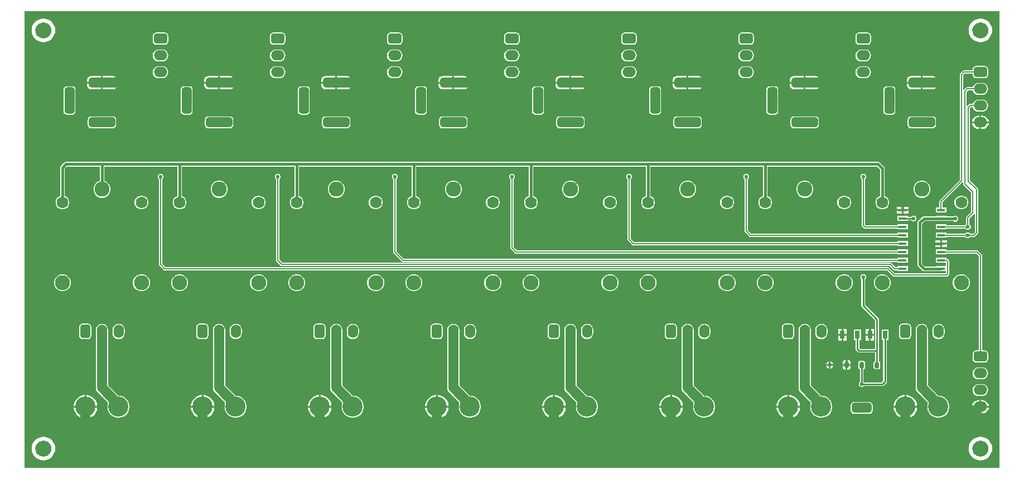
<source format=gbl>
G04*
G04 #@! TF.GenerationSoftware,Altium Limited,Altium Designer,21.6.1 (37)*
G04*
G04 Layer_Physical_Order=2*
G04 Layer_Color=16711680*
%FSTAX24Y24*%
%MOIN*%
G70*
G04*
G04 #@! TF.SameCoordinates,59C10F7D-216A-4877-8410-82FF31B31C47*
G04*
G04*
G04 #@! TF.FilePolarity,Positive*
G04*
G01*
G75*
%ADD10C,0.0100*%
%ADD11C,0.0150*%
%ADD16R,0.0300X0.0488*%
%ADD32C,0.0070*%
%ADD33C,0.0600*%
%ADD34O,0.0600X0.0800*%
G04:AMPARAMS|DCode=35|XSize=80mil|YSize=60mil|CornerRadius=15mil|HoleSize=0mil|Usage=FLASHONLY|Rotation=270.000|XOffset=0mil|YOffset=0mil|HoleType=Round|Shape=RoundedRectangle|*
%AMROUNDEDRECTD35*
21,1,0.0800,0.0300,0,0,270.0*
21,1,0.0500,0.0600,0,0,270.0*
1,1,0.0300,-0.0150,-0.0250*
1,1,0.0300,-0.0150,0.0250*
1,1,0.0300,0.0150,0.0250*
1,1,0.0300,0.0150,-0.0250*
%
%ADD35ROUNDEDRECTD35*%
%ADD36C,0.1200*%
G04:AMPARAMS|DCode=37|XSize=157.5mil|YSize=59.1mil|CornerRadius=14.8mil|HoleSize=0mil|Usage=FLASHONLY|Rotation=270.000|XOffset=0mil|YOffset=0mil|HoleType=Round|Shape=RoundedRectangle|*
%AMROUNDEDRECTD37*
21,1,0.1575,0.0295,0,0,270.0*
21,1,0.1280,0.0591,0,0,270.0*
1,1,0.0295,-0.0148,-0.0640*
1,1,0.0295,-0.0148,0.0640*
1,1,0.0295,0.0148,0.0640*
1,1,0.0295,0.0148,-0.0640*
%
%ADD37ROUNDEDRECTD37*%
G04:AMPARAMS|DCode=38|XSize=157.5mil|YSize=59.1mil|CornerRadius=14.8mil|HoleSize=0mil|Usage=FLASHONLY|Rotation=180.000|XOffset=0mil|YOffset=0mil|HoleType=Round|Shape=RoundedRectangle|*
%AMROUNDEDRECTD38*
21,1,0.1575,0.0295,0,0,180.0*
21,1,0.1280,0.0591,0,0,180.0*
1,1,0.0295,-0.0640,0.0148*
1,1,0.0295,0.0640,0.0148*
1,1,0.0295,0.0640,-0.0148*
1,1,0.0295,-0.0640,-0.0148*
%
%ADD38ROUNDEDRECTD38*%
%ADD39O,0.0800X0.0600*%
G04:AMPARAMS|DCode=40|XSize=80mil|YSize=60mil|CornerRadius=15mil|HoleSize=0mil|Usage=FLASHONLY|Rotation=180.000|XOffset=0mil|YOffset=0mil|HoleType=Round|Shape=RoundedRectangle|*
%AMROUNDEDRECTD40*
21,1,0.0800,0.0300,0,0,180.0*
21,1,0.0500,0.0600,0,0,180.0*
1,1,0.0300,-0.0250,0.0150*
1,1,0.0300,0.0250,0.0150*
1,1,0.0300,0.0250,-0.0150*
1,1,0.0300,-0.0250,-0.0150*
%
%ADD40ROUNDEDRECTD40*%
%ADD41C,0.0700*%
%ADD42C,0.0900*%
%ADD43C,0.0236*%
%ADD44R,0.0500X0.0180*%
G04:AMPARAMS|DCode=45|XSize=39.4mil|YSize=27.6mil|CornerRadius=6.9mil|HoleSize=0mil|Usage=FLASHONLY|Rotation=90.000|XOffset=0mil|YOffset=0mil|HoleType=Round|Shape=RoundedRectangle|*
%AMROUNDEDRECTD45*
21,1,0.0394,0.0138,0,0,90.0*
21,1,0.0256,0.0276,0,0,90.0*
1,1,0.0138,0.0069,0.0128*
1,1,0.0138,0.0069,-0.0128*
1,1,0.0138,-0.0069,-0.0128*
1,1,0.0138,-0.0069,0.0128*
%
%ADD45ROUNDEDRECTD45*%
G04:AMPARAMS|DCode=46|XSize=59.1mil|YSize=118.1mil|CornerRadius=14.8mil|HoleSize=0mil|Usage=FLASHONLY|Rotation=90.000|XOffset=0mil|YOffset=0mil|HoleType=Round|Shape=RoundedRectangle|*
%AMROUNDEDRECTD46*
21,1,0.0591,0.0886,0,0,90.0*
21,1,0.0295,0.1181,0,0,90.0*
1,1,0.0295,0.0443,0.0148*
1,1,0.0295,0.0443,-0.0148*
1,1,0.0295,-0.0443,-0.0148*
1,1,0.0295,-0.0443,0.0148*
%
%ADD46ROUNDEDRECTD46*%
G36*
X062688Y018512D02*
X004412D01*
X004412Y045788D01*
X062688D01*
Y018512D01*
D02*
G37*
%LPC*%
G36*
X06155Y045354D02*
X061413Y04534D01*
X061281Y0453D01*
X061159Y045235D01*
X061052Y045148D01*
X060965Y045041D01*
X0609Y044919D01*
X06086Y044787D01*
X060846Y04465D01*
X06086Y044513D01*
X0609Y044381D01*
X060965Y044259D01*
X061052Y044152D01*
X061159Y044065D01*
X061281Y044D01*
X061413Y04396D01*
X06155Y043946D01*
X061687Y04396D01*
X061819Y044D01*
X061941Y044065D01*
X062048Y044152D01*
X062135Y044259D01*
X0622Y044381D01*
X06224Y044513D01*
X062254Y04465D01*
X06224Y044787D01*
X0622Y044919D01*
X062135Y045041D01*
X062048Y045148D01*
X061941Y045235D01*
X061819Y0453D01*
X061687Y04534D01*
X06155Y045354D01*
D02*
G37*
G36*
X00555D02*
X005413Y04534D01*
X005281Y0453D01*
X005159Y045235D01*
X005052Y045148D01*
X004965Y045041D01*
X0049Y044919D01*
X00486Y044787D01*
X004846Y04465D01*
X00486Y044513D01*
X0049Y044381D01*
X004965Y044259D01*
X005052Y044152D01*
X005159Y044065D01*
X005281Y044D01*
X005413Y04396D01*
X00555Y043946D01*
X005687Y04396D01*
X005819Y044D01*
X005941Y044065D01*
X006048Y044152D01*
X006135Y044259D01*
X0062Y044381D01*
X00624Y044513D01*
X006254Y04465D01*
X00624Y044787D01*
X0062Y044919D01*
X006135Y045041D01*
X006048Y045148D01*
X005941Y045235D01*
X005819Y0453D01*
X005687Y04534D01*
X00555Y045354D01*
D02*
G37*
G36*
X0548Y044514D02*
X0543D01*
X054218Y044498D01*
X054149Y044451D01*
X054102Y044382D01*
X054086Y0443D01*
Y044D01*
X054102Y043918D01*
X054149Y043849D01*
X054218Y043802D01*
X0543Y043786D01*
X0548D01*
X054882Y043802D01*
X054951Y043849D01*
X054998Y043918D01*
X055014Y044D01*
Y0443D01*
X054998Y044382D01*
X054951Y044451D01*
X054882Y044498D01*
X0548Y044514D01*
D02*
G37*
G36*
X0478D02*
X0473D01*
X047218Y044498D01*
X047149Y044451D01*
X047102Y044382D01*
X047086Y0443D01*
Y044D01*
X047102Y043918D01*
X047149Y043849D01*
X047218Y043802D01*
X0473Y043786D01*
X0478D01*
X047882Y043802D01*
X047951Y043849D01*
X047998Y043918D01*
X048014Y044D01*
Y0443D01*
X047998Y044382D01*
X047951Y044451D01*
X047882Y044498D01*
X0478Y044514D01*
D02*
G37*
G36*
X0408D02*
X0403D01*
X040218Y044498D01*
X040149Y044451D01*
X040102Y044382D01*
X040086Y0443D01*
Y044D01*
X040102Y043918D01*
X040149Y043849D01*
X040218Y043802D01*
X0403Y043786D01*
X0408D01*
X040882Y043802D01*
X040951Y043849D01*
X040998Y043918D01*
X041014Y044D01*
Y0443D01*
X040998Y044382D01*
X040951Y044451D01*
X040882Y044498D01*
X0408Y044514D01*
D02*
G37*
G36*
X0338D02*
X0333D01*
X033218Y044498D01*
X033149Y044451D01*
X033102Y044382D01*
X033086Y0443D01*
Y044D01*
X033102Y043918D01*
X033149Y043849D01*
X033218Y043802D01*
X0333Y043786D01*
X0338D01*
X033882Y043802D01*
X033951Y043849D01*
X033998Y043918D01*
X034014Y044D01*
Y0443D01*
X033998Y044382D01*
X033951Y044451D01*
X033882Y044498D01*
X0338Y044514D01*
D02*
G37*
G36*
X0268D02*
X0263D01*
X026218Y044498D01*
X026149Y044451D01*
X026102Y044382D01*
X026086Y0443D01*
Y044D01*
X026102Y043918D01*
X026149Y043849D01*
X026218Y043802D01*
X0263Y043786D01*
X0268D01*
X026882Y043802D01*
X026951Y043849D01*
X026998Y043918D01*
X027014Y044D01*
Y0443D01*
X026998Y044382D01*
X026951Y044451D01*
X026882Y044498D01*
X0268Y044514D01*
D02*
G37*
G36*
X0198D02*
X0193D01*
X019218Y044498D01*
X019149Y044451D01*
X019102Y044382D01*
X019086Y0443D01*
Y044D01*
X019102Y043918D01*
X019149Y043849D01*
X019218Y043802D01*
X0193Y043786D01*
X0198D01*
X019882Y043802D01*
X019951Y043849D01*
X019998Y043918D01*
X020014Y044D01*
Y0443D01*
X019998Y044382D01*
X019951Y044451D01*
X019882Y044498D01*
X0198Y044514D01*
D02*
G37*
G36*
X0128D02*
X0123D01*
X012218Y044498D01*
X012149Y044451D01*
X012102Y044382D01*
X012086Y0443D01*
Y044D01*
X012102Y043918D01*
X012149Y043849D01*
X012218Y043802D01*
X0123Y043786D01*
X0128D01*
X012882Y043802D01*
X012951Y043849D01*
X012998Y043918D01*
X013014Y044D01*
Y0443D01*
X012998Y044382D01*
X012951Y044451D01*
X012882Y044498D01*
X0128Y044514D01*
D02*
G37*
G36*
X05465Y043513D02*
X05445D01*
X054356Y043501D01*
X054268Y043464D01*
X054193Y043407D01*
X054136Y043332D01*
X054099Y043244D01*
X054087Y04315D01*
X054099Y043056D01*
X054136Y042968D01*
X054193Y042893D01*
X054268Y042836D01*
X054356Y042799D01*
X05445Y042787D01*
X05465D01*
X054744Y042799D01*
X054832Y042836D01*
X054907Y042893D01*
X054964Y042968D01*
X055001Y043056D01*
X055013Y04315D01*
X055001Y043244D01*
X054964Y043332D01*
X054907Y043407D01*
X054832Y043464D01*
X054744Y043501D01*
X05465Y043513D01*
D02*
G37*
G36*
X04765D02*
X04745D01*
X047356Y043501D01*
X047268Y043464D01*
X047193Y043407D01*
X047136Y043332D01*
X047099Y043244D01*
X047087Y04315D01*
X047099Y043056D01*
X047136Y042968D01*
X047193Y042893D01*
X047268Y042836D01*
X047356Y042799D01*
X04745Y042787D01*
X04765D01*
X047744Y042799D01*
X047832Y042836D01*
X047907Y042893D01*
X047964Y042968D01*
X048001Y043056D01*
X048013Y04315D01*
X048001Y043244D01*
X047964Y043332D01*
X047907Y043407D01*
X047832Y043464D01*
X047744Y043501D01*
X04765Y043513D01*
D02*
G37*
G36*
X04065D02*
X04045D01*
X040356Y043501D01*
X040268Y043464D01*
X040193Y043407D01*
X040136Y043332D01*
X040099Y043244D01*
X040087Y04315D01*
X040099Y043056D01*
X040136Y042968D01*
X040193Y042893D01*
X040268Y042836D01*
X040356Y042799D01*
X04045Y042787D01*
X04065D01*
X040744Y042799D01*
X040832Y042836D01*
X040907Y042893D01*
X040964Y042968D01*
X041001Y043056D01*
X041013Y04315D01*
X041001Y043244D01*
X040964Y043332D01*
X040907Y043407D01*
X040832Y043464D01*
X040744Y043501D01*
X04065Y043513D01*
D02*
G37*
G36*
X03365D02*
X03345D01*
X033356Y043501D01*
X033268Y043464D01*
X033193Y043407D01*
X033136Y043332D01*
X033099Y043244D01*
X033087Y04315D01*
X033099Y043056D01*
X033136Y042968D01*
X033193Y042893D01*
X033268Y042836D01*
X033356Y042799D01*
X03345Y042787D01*
X03365D01*
X033744Y042799D01*
X033832Y042836D01*
X033907Y042893D01*
X033964Y042968D01*
X034001Y043056D01*
X034013Y04315D01*
X034001Y043244D01*
X033964Y043332D01*
X033907Y043407D01*
X033832Y043464D01*
X033744Y043501D01*
X03365Y043513D01*
D02*
G37*
G36*
X02665D02*
X02645D01*
X026356Y043501D01*
X026268Y043464D01*
X026193Y043407D01*
X026136Y043332D01*
X026099Y043244D01*
X026087Y04315D01*
X026099Y043056D01*
X026136Y042968D01*
X026193Y042893D01*
X026268Y042836D01*
X026356Y042799D01*
X02645Y042787D01*
X02665D01*
X026744Y042799D01*
X026832Y042836D01*
X026907Y042893D01*
X026964Y042968D01*
X027001Y043056D01*
X027013Y04315D01*
X027001Y043244D01*
X026964Y043332D01*
X026907Y043407D01*
X026832Y043464D01*
X026744Y043501D01*
X02665Y043513D01*
D02*
G37*
G36*
X01965D02*
X01945D01*
X019356Y043501D01*
X019268Y043464D01*
X019193Y043407D01*
X019136Y043332D01*
X019099Y043244D01*
X019087Y04315D01*
X019099Y043056D01*
X019136Y042968D01*
X019193Y042893D01*
X019268Y042836D01*
X019356Y042799D01*
X01945Y042787D01*
X01965D01*
X019744Y042799D01*
X019832Y042836D01*
X019907Y042893D01*
X019964Y042968D01*
X020001Y043056D01*
X020013Y04315D01*
X020001Y043244D01*
X019964Y043332D01*
X019907Y043407D01*
X019832Y043464D01*
X019744Y043501D01*
X01965Y043513D01*
D02*
G37*
G36*
X01265D02*
X01245D01*
X012356Y043501D01*
X012268Y043464D01*
X012193Y043407D01*
X012136Y043332D01*
X012099Y043244D01*
X012087Y04315D01*
X012099Y043056D01*
X012136Y042968D01*
X012193Y042893D01*
X012268Y042836D01*
X012356Y042799D01*
X01245Y042787D01*
X01265D01*
X012744Y042799D01*
X012832Y042836D01*
X012907Y042893D01*
X012964Y042968D01*
X013001Y043056D01*
X013013Y04315D01*
X013001Y043244D01*
X012964Y043332D01*
X012907Y043407D01*
X012832Y043464D01*
X012744Y043501D01*
X01265Y043513D01*
D02*
G37*
G36*
X05465Y042513D02*
X05445D01*
X054356Y042501D01*
X054268Y042464D01*
X054193Y042407D01*
X054136Y042332D01*
X054099Y042244D01*
X054087Y04215D01*
X054099Y042056D01*
X054136Y041968D01*
X054193Y041893D01*
X054268Y041836D01*
X054356Y041799D01*
X05445Y041787D01*
X05465D01*
X054744Y041799D01*
X054832Y041836D01*
X054907Y041893D01*
X054964Y041968D01*
X055001Y042056D01*
X055013Y04215D01*
X055001Y042244D01*
X054964Y042332D01*
X054907Y042407D01*
X054832Y042464D01*
X054744Y042501D01*
X05465Y042513D01*
D02*
G37*
G36*
X04765D02*
X04745D01*
X047356Y042501D01*
X047268Y042464D01*
X047193Y042407D01*
X047136Y042332D01*
X047099Y042244D01*
X047087Y04215D01*
X047099Y042056D01*
X047136Y041968D01*
X047193Y041893D01*
X047268Y041836D01*
X047356Y041799D01*
X04745Y041787D01*
X04765D01*
X047744Y041799D01*
X047832Y041836D01*
X047907Y041893D01*
X047964Y041968D01*
X048001Y042056D01*
X048013Y04215D01*
X048001Y042244D01*
X047964Y042332D01*
X047907Y042407D01*
X047832Y042464D01*
X047744Y042501D01*
X04765Y042513D01*
D02*
G37*
G36*
X04065D02*
X04045D01*
X040356Y042501D01*
X040268Y042464D01*
X040193Y042407D01*
X040136Y042332D01*
X040099Y042244D01*
X040087Y04215D01*
X040099Y042056D01*
X040136Y041968D01*
X040193Y041893D01*
X040268Y041836D01*
X040356Y041799D01*
X04045Y041787D01*
X04065D01*
X040744Y041799D01*
X040832Y041836D01*
X040907Y041893D01*
X040964Y041968D01*
X041001Y042056D01*
X041013Y04215D01*
X041001Y042244D01*
X040964Y042332D01*
X040907Y042407D01*
X040832Y042464D01*
X040744Y042501D01*
X04065Y042513D01*
D02*
G37*
G36*
X03365D02*
X03345D01*
X033356Y042501D01*
X033268Y042464D01*
X033193Y042407D01*
X033136Y042332D01*
X033099Y042244D01*
X033087Y04215D01*
X033099Y042056D01*
X033136Y041968D01*
X033193Y041893D01*
X033268Y041836D01*
X033356Y041799D01*
X03345Y041787D01*
X03365D01*
X033744Y041799D01*
X033832Y041836D01*
X033907Y041893D01*
X033964Y041968D01*
X034001Y042056D01*
X034013Y04215D01*
X034001Y042244D01*
X033964Y042332D01*
X033907Y042407D01*
X033832Y042464D01*
X033744Y042501D01*
X03365Y042513D01*
D02*
G37*
G36*
X02665D02*
X02645D01*
X026356Y042501D01*
X026268Y042464D01*
X026193Y042407D01*
X026136Y042332D01*
X026099Y042244D01*
X026087Y04215D01*
X026099Y042056D01*
X026136Y041968D01*
X026193Y041893D01*
X026268Y041836D01*
X026356Y041799D01*
X02645Y041787D01*
X02665D01*
X026744Y041799D01*
X026832Y041836D01*
X026907Y041893D01*
X026964Y041968D01*
X027001Y042056D01*
X027013Y04215D01*
X027001Y042244D01*
X026964Y042332D01*
X026907Y042407D01*
X026832Y042464D01*
X026744Y042501D01*
X02665Y042513D01*
D02*
G37*
G36*
X01965D02*
X01945D01*
X019356Y042501D01*
X019268Y042464D01*
X019193Y042407D01*
X019136Y042332D01*
X019099Y042244D01*
X019087Y04215D01*
X019099Y042056D01*
X019136Y041968D01*
X019193Y041893D01*
X019268Y041836D01*
X019356Y041799D01*
X01945Y041787D01*
X01965D01*
X019744Y041799D01*
X019832Y041836D01*
X019907Y041893D01*
X019964Y041968D01*
X020001Y042056D01*
X020013Y04215D01*
X020001Y042244D01*
X019964Y042332D01*
X019907Y042407D01*
X019832Y042464D01*
X019744Y042501D01*
X01965Y042513D01*
D02*
G37*
G36*
X01265D02*
X01245D01*
X012356Y042501D01*
X012268Y042464D01*
X012193Y042407D01*
X012136Y042332D01*
X012099Y042244D01*
X012087Y04215D01*
X012099Y042056D01*
X012136Y041968D01*
X012193Y041893D01*
X012268Y041836D01*
X012356Y041799D01*
X01245Y041787D01*
X01265D01*
X012744Y041799D01*
X012832Y041836D01*
X012907Y041893D01*
X012964Y041968D01*
X013001Y042056D01*
X013013Y04215D01*
X013001Y042244D01*
X012964Y042332D01*
X012907Y042407D01*
X012832Y042464D01*
X012744Y042501D01*
X01265Y042513D01*
D02*
G37*
G36*
X0618Y042514D02*
X0613D01*
X061218Y042498D01*
X061149Y042451D01*
X061102Y042382D01*
X061086Y0423D01*
Y042247D01*
X06056D01*
X060523Y042239D01*
X060492Y042218D01*
X060352Y042078D01*
X060331Y042047D01*
X060323Y04201D01*
Y035692D01*
X059129Y034498D01*
X059108Y034467D01*
X059101Y03443D01*
Y03405D01*
X058888D01*
Y03375D01*
X059508D01*
Y03405D01*
X059295D01*
Y03439D01*
X060473Y035568D01*
X060523Y035548D01*
Y03546D01*
X060531Y035423D01*
X060552Y035392D01*
X061003Y03494D01*
Y03379D01*
X060732Y033518D01*
X060711Y033487D01*
X060703Y03345D01*
Y033053D01*
X060699Y033051D01*
X060649Y033001D01*
X060647Y032997D01*
X059508D01*
Y03305D01*
X058888D01*
Y03275D01*
X059508D01*
Y032803D01*
X060647D01*
X060649Y032799D01*
X060699Y032749D01*
X060765Y032722D01*
X060835D01*
X060901Y032749D01*
X060951Y032799D01*
X060978Y032865D01*
Y032935D01*
X060951Y033001D01*
X060901Y033051D01*
X060897Y033053D01*
Y03341D01*
X061163Y033676D01*
X061185Y033673D01*
X061213Y033658D01*
Y0326D01*
X06111Y032497D01*
X060953D01*
X060951Y032501D01*
X060901Y032551D01*
X060835Y032578D01*
X060765D01*
X060699Y032551D01*
X060649Y032501D01*
X060647Y032497D01*
X059508D01*
Y03255D01*
X058888D01*
Y03225D01*
X059508D01*
Y032303D01*
X060647D01*
X060649Y032299D01*
X060699Y032249D01*
X060765Y032222D01*
X060835D01*
X060901Y032249D01*
X060951Y032299D01*
X060953Y032303D01*
X06115D01*
X061187Y032311D01*
X061218Y032332D01*
X061378Y032492D01*
X061399Y032523D01*
X061407Y03256D01*
Y03515D01*
X061399Y035187D01*
X061378Y035218D01*
X060927Y03567D01*
Y04D01*
X06098Y040053D01*
X0611D01*
X061136Y039968D01*
X061193Y039893D01*
X061268Y039836D01*
X061356Y039799D01*
X06145Y039787D01*
X06165D01*
X061744Y039799D01*
X061832Y039836D01*
X061907Y039893D01*
X061964Y039968D01*
X062001Y040056D01*
X062013Y04015D01*
X062001Y040244D01*
X061964Y040332D01*
X061907Y040407D01*
X061832Y040464D01*
X061744Y040501D01*
X06165Y040513D01*
X06145D01*
X061356Y040501D01*
X061268Y040464D01*
X061193Y040407D01*
X061136Y040332D01*
X0611Y040247D01*
X06094D01*
X060903Y040239D01*
X060872Y040218D01*
X060767Y040114D01*
X060745Y040117D01*
X060717Y040132D01*
Y04096D01*
X06081Y041053D01*
X0611D01*
X061136Y040968D01*
X061193Y040893D01*
X061268Y040836D01*
X061356Y040799D01*
X06145Y040787D01*
X06165D01*
X061744Y040799D01*
X061832Y040836D01*
X061907Y040893D01*
X061964Y040968D01*
X062001Y041056D01*
X062013Y04115D01*
X062001Y041244D01*
X061964Y041332D01*
X061907Y041407D01*
X061832Y041464D01*
X061744Y041501D01*
X06165Y041513D01*
X06145D01*
X061356Y041501D01*
X061268Y041464D01*
X061193Y041407D01*
X061136Y041332D01*
X0611Y041247D01*
X06077D01*
X060733Y041239D01*
X060702Y041218D01*
X060567Y041084D01*
X060517Y041105D01*
Y04197D01*
X0606Y042053D01*
X061086D01*
Y042D01*
X061102Y041918D01*
X061149Y041849D01*
X061218Y041802D01*
X0613Y041786D01*
X0618D01*
X061882Y041802D01*
X061951Y041849D01*
X061998Y041918D01*
X062014Y042D01*
Y0423D01*
X061998Y042382D01*
X061951Y042451D01*
X061882Y042498D01*
X0618Y042514D01*
D02*
G37*
G36*
X03769Y041922D02*
X0371D01*
Y041572D01*
X037942D01*
Y04167D01*
X037923Y041766D01*
X037868Y041848D01*
X037786Y041903D01*
X03769Y041922D01*
D02*
G37*
G36*
X01669D02*
X0161D01*
Y041572D01*
X016942D01*
Y04167D01*
X016923Y041766D01*
X016868Y041848D01*
X016786Y041903D01*
X01669Y041922D01*
D02*
G37*
G36*
X05869D02*
X0581D01*
Y041572D01*
X058942D01*
Y04167D01*
X058923Y041766D01*
X058868Y041848D01*
X058786Y041903D01*
X05869Y041922D01*
D02*
G37*
G36*
X04469D02*
X0441D01*
Y041572D01*
X044942D01*
Y04167D01*
X044923Y041766D01*
X044868Y041848D01*
X044786Y041903D01*
X04469Y041922D01*
D02*
G37*
G36*
X03069D02*
X0301D01*
Y041572D01*
X030942D01*
Y04167D01*
X030923Y041766D01*
X030868Y041848D01*
X030786Y041903D01*
X03069Y041922D01*
D02*
G37*
G36*
X00969D02*
X0091D01*
Y041572D01*
X009942D01*
Y04167D01*
X009923Y041766D01*
X009868Y041848D01*
X009786Y041903D01*
X00969Y041922D01*
D02*
G37*
G36*
X05169D02*
X0511D01*
Y041572D01*
X051942D01*
Y04167D01*
X051923Y041766D01*
X051868Y041848D01*
X051786Y041903D01*
X05169Y041922D01*
D02*
G37*
G36*
X02369D02*
X0231D01*
Y041572D01*
X023942D01*
Y04167D01*
X023923Y041766D01*
X023868Y041848D01*
X023786Y041903D01*
X02369Y041922D01*
D02*
G37*
G36*
X037D02*
X03641D01*
X036314Y041903D01*
X036232Y041848D01*
X036177Y041766D01*
X036158Y04167D01*
Y041572D01*
X037D01*
Y041922D01*
D02*
G37*
G36*
X016D02*
X01541D01*
X015314Y041903D01*
X015232Y041848D01*
X015177Y041766D01*
X015158Y04167D01*
Y041572D01*
X016D01*
Y041922D01*
D02*
G37*
G36*
X058D02*
X05741D01*
X057314Y041903D01*
X057232Y041848D01*
X057177Y041766D01*
X057158Y04167D01*
Y041572D01*
X058D01*
Y041922D01*
D02*
G37*
G36*
X044D02*
X04341D01*
X043314Y041903D01*
X043232Y041848D01*
X043177Y041766D01*
X043158Y04167D01*
Y041572D01*
X044D01*
Y041922D01*
D02*
G37*
G36*
X03D02*
X02941D01*
X029314Y041903D01*
X029232Y041848D01*
X029177Y041766D01*
X029158Y04167D01*
Y041572D01*
X03D01*
Y041922D01*
D02*
G37*
G36*
X023D02*
X02241D01*
X022314Y041903D01*
X022232Y041848D01*
X022177Y041766D01*
X022158Y04167D01*
Y041572D01*
X023D01*
Y041922D01*
D02*
G37*
G36*
X009D02*
X00841D01*
X008314Y041903D01*
X008232Y041848D01*
X008177Y041766D01*
X008158Y04167D01*
Y041572D01*
X009D01*
Y041922D01*
D02*
G37*
G36*
X051D02*
X05041D01*
X050314Y041903D01*
X050232Y041848D01*
X050177Y041766D01*
X050158Y04167D01*
Y041572D01*
X051D01*
Y041922D01*
D02*
G37*
G36*
X058942Y041472D02*
X0581D01*
Y041122D01*
X05869D01*
X058786Y041141D01*
X058868Y041196D01*
X058923Y041278D01*
X058942Y041374D01*
Y041472D01*
D02*
G37*
G36*
X058D02*
X057158D01*
Y041374D01*
X057177Y041278D01*
X057232Y041196D01*
X057314Y041141D01*
X05741Y041122D01*
X058D01*
Y041472D01*
D02*
G37*
G36*
X051942D02*
X0511D01*
Y041122D01*
X05169D01*
X051786Y041141D01*
X051868Y041196D01*
X051923Y041278D01*
X051942Y041374D01*
Y041472D01*
D02*
G37*
G36*
X051D02*
X050158D01*
Y041374D01*
X050177Y041278D01*
X050232Y041196D01*
X050314Y041141D01*
X05041Y041122D01*
X051D01*
Y041472D01*
D02*
G37*
G36*
X044942D02*
X0441D01*
Y041122D01*
X04469D01*
X044786Y041141D01*
X044868Y041196D01*
X044923Y041278D01*
X044942Y041374D01*
Y041472D01*
D02*
G37*
G36*
X044D02*
X043158D01*
Y041374D01*
X043177Y041278D01*
X043232Y041196D01*
X043314Y041141D01*
X04341Y041122D01*
X044D01*
Y041472D01*
D02*
G37*
G36*
X037942D02*
X0371D01*
Y041122D01*
X03769D01*
X037786Y041141D01*
X037868Y041196D01*
X037923Y041278D01*
X037942Y041374D01*
Y041472D01*
D02*
G37*
G36*
X037D02*
X036158D01*
Y041374D01*
X036177Y041278D01*
X036232Y041196D01*
X036314Y041141D01*
X03641Y041122D01*
X037D01*
Y041472D01*
D02*
G37*
G36*
X030942D02*
X0301D01*
Y041122D01*
X03069D01*
X030786Y041141D01*
X030868Y041196D01*
X030923Y041278D01*
X030942Y041374D01*
Y041472D01*
D02*
G37*
G36*
X03D02*
X029158D01*
Y041374D01*
X029177Y041278D01*
X029232Y041196D01*
X029314Y041141D01*
X02941Y041122D01*
X03D01*
Y041472D01*
D02*
G37*
G36*
X023942D02*
X0231D01*
Y041122D01*
X02369D01*
X023786Y041141D01*
X023868Y041196D01*
X023923Y041278D01*
X023942Y041374D01*
Y041472D01*
D02*
G37*
G36*
X023D02*
X022158D01*
Y041374D01*
X022177Y041278D01*
X022232Y041196D01*
X022314Y041141D01*
X02241Y041122D01*
X023D01*
Y041472D01*
D02*
G37*
G36*
X016942D02*
X0161D01*
Y041122D01*
X01669D01*
X016786Y041141D01*
X016868Y041196D01*
X016923Y041278D01*
X016942Y041374D01*
Y041472D01*
D02*
G37*
G36*
X016D02*
X015158D01*
Y041374D01*
X015177Y041278D01*
X015232Y041196D01*
X015314Y041141D01*
X01541Y041122D01*
X016D01*
Y041472D01*
D02*
G37*
G36*
X009942D02*
X0091D01*
Y041122D01*
X00969D01*
X009786Y041141D01*
X009868Y041196D01*
X009923Y041278D01*
X009942Y041374D01*
Y041472D01*
D02*
G37*
G36*
X009D02*
X008158D01*
Y041374D01*
X008177Y041278D01*
X008232Y041196D01*
X008314Y041141D01*
X00841Y041122D01*
X009D01*
Y041472D01*
D02*
G37*
G36*
X056259Y041311D02*
X055963D01*
X055882Y041294D01*
X055814Y041249D01*
X055768Y04118D01*
X055752Y041099D01*
Y039819D01*
X055768Y039738D01*
X055814Y03967D01*
X055882Y039624D01*
X055963Y039608D01*
X056259D01*
X05634Y039624D01*
X056408Y03967D01*
X056454Y039738D01*
X05647Y039819D01*
Y041099D01*
X056454Y04118D01*
X056408Y041249D01*
X05634Y041294D01*
X056259Y041311D01*
D02*
G37*
G36*
X049259D02*
X048963D01*
X048882Y041294D01*
X048814Y041249D01*
X048768Y04118D01*
X048752Y041099D01*
Y039819D01*
X048768Y039738D01*
X048814Y03967D01*
X048882Y039624D01*
X048963Y039608D01*
X049259D01*
X04934Y039624D01*
X049408Y03967D01*
X049454Y039738D01*
X04947Y039819D01*
Y041099D01*
X049454Y04118D01*
X049408Y041249D01*
X04934Y041294D01*
X049259Y041311D01*
D02*
G37*
G36*
X042259D02*
X041963D01*
X041882Y041294D01*
X041814Y041249D01*
X041768Y04118D01*
X041752Y041099D01*
Y039819D01*
X041768Y039738D01*
X041814Y03967D01*
X041882Y039624D01*
X041963Y039608D01*
X042259D01*
X04234Y039624D01*
X042408Y03967D01*
X042454Y039738D01*
X04247Y039819D01*
Y041099D01*
X042454Y04118D01*
X042408Y041249D01*
X04234Y041294D01*
X042259Y041311D01*
D02*
G37*
G36*
X035259D02*
X034963D01*
X034882Y041294D01*
X034814Y041249D01*
X034768Y04118D01*
X034752Y041099D01*
Y039819D01*
X034768Y039738D01*
X034814Y03967D01*
X034882Y039624D01*
X034963Y039608D01*
X035259D01*
X03534Y039624D01*
X035408Y03967D01*
X035454Y039738D01*
X03547Y039819D01*
Y041099D01*
X035454Y04118D01*
X035408Y041249D01*
X03534Y041294D01*
X035259Y041311D01*
D02*
G37*
G36*
X028259D02*
X027963D01*
X027882Y041294D01*
X027814Y041249D01*
X027768Y04118D01*
X027752Y041099D01*
Y039819D01*
X027768Y039738D01*
X027814Y03967D01*
X027882Y039624D01*
X027963Y039608D01*
X028259D01*
X02834Y039624D01*
X028408Y03967D01*
X028454Y039738D01*
X02847Y039819D01*
Y041099D01*
X028454Y04118D01*
X028408Y041249D01*
X02834Y041294D01*
X028259Y041311D01*
D02*
G37*
G36*
X021259D02*
X020963D01*
X020882Y041294D01*
X020814Y041249D01*
X020768Y04118D01*
X020752Y041099D01*
Y039819D01*
X020768Y039738D01*
X020814Y03967D01*
X020882Y039624D01*
X020963Y039608D01*
X021259D01*
X02134Y039624D01*
X021408Y03967D01*
X021454Y039738D01*
X02147Y039819D01*
Y041099D01*
X021454Y04118D01*
X021408Y041249D01*
X02134Y041294D01*
X021259Y041311D01*
D02*
G37*
G36*
X014259D02*
X013963D01*
X013882Y041294D01*
X013814Y041249D01*
X013768Y04118D01*
X013752Y041099D01*
Y039819D01*
X013768Y039738D01*
X013814Y03967D01*
X013882Y039624D01*
X013963Y039608D01*
X014259D01*
X01434Y039624D01*
X014408Y03967D01*
X014454Y039738D01*
X01447Y039819D01*
Y041099D01*
X014454Y04118D01*
X014408Y041249D01*
X01434Y041294D01*
X014259Y041311D01*
D02*
G37*
G36*
X007259D02*
X006963D01*
X006882Y041294D01*
X006814Y041249D01*
X006768Y04118D01*
X006752Y041099D01*
Y039819D01*
X006768Y039738D01*
X006814Y03967D01*
X006882Y039624D01*
X006963Y039608D01*
X007259D01*
X00734Y039624D01*
X007408Y03967D01*
X007454Y039738D01*
X00747Y039819D01*
Y041099D01*
X007454Y04118D01*
X007408Y041249D01*
X00734Y041294D01*
X007259Y041311D01*
D02*
G37*
G36*
X06165Y039553D02*
X0616D01*
Y0392D01*
X062047D01*
X06204Y039254D01*
X061999Y039352D01*
X061935Y039435D01*
X061852Y039499D01*
X061754Y03954D01*
X06165Y039553D01*
D02*
G37*
G36*
X0615D02*
X06145D01*
X061346Y03954D01*
X061248Y039499D01*
X061165Y039435D01*
X061101Y039352D01*
X06106Y039254D01*
X061053Y0392D01*
X0615D01*
Y039553D01*
D02*
G37*
G36*
X05869Y039509D02*
X05741D01*
X057329Y039493D01*
X057261Y039447D01*
X057215Y039379D01*
X057199Y039298D01*
Y039002D01*
X057215Y038921D01*
X057261Y038853D01*
X057329Y038807D01*
X05741Y038791D01*
X05869D01*
X058771Y038807D01*
X058839Y038853D01*
X058885Y038921D01*
X058901Y039002D01*
Y039298D01*
X058885Y039379D01*
X058839Y039447D01*
X058771Y039493D01*
X05869Y039509D01*
D02*
G37*
G36*
X05169D02*
X05041D01*
X050329Y039493D01*
X050261Y039447D01*
X050215Y039379D01*
X050199Y039298D01*
Y039002D01*
X050215Y038921D01*
X050261Y038853D01*
X050329Y038807D01*
X05041Y038791D01*
X05169D01*
X051771Y038807D01*
X051839Y038853D01*
X051885Y038921D01*
X051901Y039002D01*
Y039298D01*
X051885Y039379D01*
X051839Y039447D01*
X051771Y039493D01*
X05169Y039509D01*
D02*
G37*
G36*
X04469D02*
X04341D01*
X043329Y039493D01*
X043261Y039447D01*
X043215Y039379D01*
X043199Y039298D01*
Y039002D01*
X043215Y038921D01*
X043261Y038853D01*
X043329Y038807D01*
X04341Y038791D01*
X04469D01*
X044771Y038807D01*
X044839Y038853D01*
X044885Y038921D01*
X044901Y039002D01*
Y039298D01*
X044885Y039379D01*
X044839Y039447D01*
X044771Y039493D01*
X04469Y039509D01*
D02*
G37*
G36*
X03769D02*
X03641D01*
X036329Y039493D01*
X036261Y039447D01*
X036215Y039379D01*
X036199Y039298D01*
Y039002D01*
X036215Y038921D01*
X036261Y038853D01*
X036329Y038807D01*
X03641Y038791D01*
X03769D01*
X037771Y038807D01*
X037839Y038853D01*
X037885Y038921D01*
X037901Y039002D01*
Y039298D01*
X037885Y039379D01*
X037839Y039447D01*
X037771Y039493D01*
X03769Y039509D01*
D02*
G37*
G36*
X03069D02*
X02941D01*
X029329Y039493D01*
X029261Y039447D01*
X029215Y039379D01*
X029199Y039298D01*
Y039002D01*
X029215Y038921D01*
X029261Y038853D01*
X029329Y038807D01*
X02941Y038791D01*
X03069D01*
X030771Y038807D01*
X030839Y038853D01*
X030885Y038921D01*
X030901Y039002D01*
Y039298D01*
X030885Y039379D01*
X030839Y039447D01*
X030771Y039493D01*
X03069Y039509D01*
D02*
G37*
G36*
X02369D02*
X02241D01*
X022329Y039493D01*
X022261Y039447D01*
X022215Y039379D01*
X022199Y039298D01*
Y039002D01*
X022215Y038921D01*
X022261Y038853D01*
X022329Y038807D01*
X02241Y038791D01*
X02369D01*
X023771Y038807D01*
X023839Y038853D01*
X023885Y038921D01*
X023901Y039002D01*
Y039298D01*
X023885Y039379D01*
X023839Y039447D01*
X023771Y039493D01*
X02369Y039509D01*
D02*
G37*
G36*
X01669D02*
X01541D01*
X015329Y039493D01*
X015261Y039447D01*
X015215Y039379D01*
X015199Y039298D01*
Y039002D01*
X015215Y038921D01*
X015261Y038853D01*
X015329Y038807D01*
X01541Y038791D01*
X01669D01*
X016771Y038807D01*
X016839Y038853D01*
X016885Y038921D01*
X016901Y039002D01*
Y039298D01*
X016885Y039379D01*
X016839Y039447D01*
X016771Y039493D01*
X01669Y039509D01*
D02*
G37*
G36*
X00969D02*
X00841D01*
X008329Y039493D01*
X008261Y039447D01*
X008215Y039379D01*
X008199Y039298D01*
Y039002D01*
X008215Y038921D01*
X008261Y038853D01*
X008329Y038807D01*
X00841Y038791D01*
X00969D01*
X009771Y038807D01*
X009839Y038853D01*
X009885Y038921D01*
X009901Y039002D01*
Y039298D01*
X009885Y039379D01*
X009839Y039447D01*
X009771Y039493D01*
X00969Y039509D01*
D02*
G37*
G36*
X062047Y0391D02*
X0616D01*
Y038747D01*
X06165D01*
X061754Y03876D01*
X061852Y038801D01*
X061935Y038865D01*
X061999Y038948D01*
X06204Y039046D01*
X062047Y0391D01*
D02*
G37*
G36*
X0615D02*
X061053D01*
X06106Y039046D01*
X061101Y038948D01*
X061165Y038865D01*
X061248Y038801D01*
X061346Y03876D01*
X06145Y038747D01*
X0615D01*
Y0391D01*
D02*
G37*
G36*
X058117Y03566D02*
X057983D01*
X057853Y035625D01*
X057737Y035558D01*
X057642Y035463D01*
X057575Y035347D01*
X05754Y035217D01*
Y035083D01*
X057575Y034953D01*
X057642Y034837D01*
X057737Y034742D01*
X057853Y034675D01*
X057983Y03464D01*
X058117D01*
X058247Y034675D01*
X058363Y034742D01*
X058458Y034837D01*
X058525Y034953D01*
X05856Y035083D01*
Y035217D01*
X058525Y035347D01*
X058458Y035463D01*
X058363Y035558D01*
X058247Y035625D01*
X058117Y03566D01*
D02*
G37*
G36*
X051117D02*
X050983D01*
X050853Y035625D01*
X050737Y035558D01*
X050642Y035463D01*
X050575Y035347D01*
X05054Y035217D01*
Y035083D01*
X050575Y034953D01*
X050642Y034837D01*
X050737Y034742D01*
X050853Y034675D01*
X050983Y03464D01*
X051117D01*
X051247Y034675D01*
X051363Y034742D01*
X051458Y034837D01*
X051525Y034953D01*
X05156Y035083D01*
Y035217D01*
X051525Y035347D01*
X051458Y035463D01*
X051363Y035558D01*
X051247Y035625D01*
X051117Y03566D01*
D02*
G37*
G36*
X044117D02*
X043983D01*
X043853Y035625D01*
X043737Y035558D01*
X043642Y035463D01*
X043575Y035347D01*
X04354Y035217D01*
Y035083D01*
X043575Y034953D01*
X043642Y034837D01*
X043737Y034742D01*
X043853Y034675D01*
X043983Y03464D01*
X044117D01*
X044247Y034675D01*
X044363Y034742D01*
X044458Y034837D01*
X044525Y034953D01*
X04456Y035083D01*
Y035217D01*
X044525Y035347D01*
X044458Y035463D01*
X044363Y035558D01*
X044247Y035625D01*
X044117Y03566D01*
D02*
G37*
G36*
X037117D02*
X036983D01*
X036853Y035625D01*
X036737Y035558D01*
X036642Y035463D01*
X036575Y035347D01*
X03654Y035217D01*
Y035083D01*
X036575Y034953D01*
X036642Y034837D01*
X036737Y034742D01*
X036853Y034675D01*
X036983Y03464D01*
X037117D01*
X037247Y034675D01*
X037363Y034742D01*
X037458Y034837D01*
X037525Y034953D01*
X03756Y035083D01*
Y035217D01*
X037525Y035347D01*
X037458Y035463D01*
X037363Y035558D01*
X037247Y035625D01*
X037117Y03566D01*
D02*
G37*
G36*
X030117D02*
X029983D01*
X029853Y035625D01*
X029737Y035558D01*
X029642Y035463D01*
X029575Y035347D01*
X02954Y035217D01*
Y035083D01*
X029575Y034953D01*
X029642Y034837D01*
X029737Y034742D01*
X029853Y034675D01*
X029983Y03464D01*
X030117D01*
X030247Y034675D01*
X030363Y034742D01*
X030458Y034837D01*
X030525Y034953D01*
X03056Y035083D01*
Y035217D01*
X030525Y035347D01*
X030458Y035463D01*
X030363Y035558D01*
X030247Y035625D01*
X030117Y03566D01*
D02*
G37*
G36*
X023117D02*
X022983D01*
X022853Y035625D01*
X022737Y035558D01*
X022642Y035463D01*
X022575Y035347D01*
X02254Y035217D01*
Y035083D01*
X022575Y034953D01*
X022642Y034837D01*
X022737Y034742D01*
X022853Y034675D01*
X022983Y03464D01*
X023117D01*
X023247Y034675D01*
X023363Y034742D01*
X023458Y034837D01*
X023525Y034953D01*
X02356Y035083D01*
Y035217D01*
X023525Y035347D01*
X023458Y035463D01*
X023363Y035558D01*
X023247Y035625D01*
X023117Y03566D01*
D02*
G37*
G36*
X016117D02*
X015983D01*
X015853Y035625D01*
X015737Y035558D01*
X015642Y035463D01*
X015575Y035347D01*
X01554Y035217D01*
Y035083D01*
X015575Y034953D01*
X015642Y034837D01*
X015737Y034742D01*
X015853Y034675D01*
X015983Y03464D01*
X016117D01*
X016247Y034675D01*
X016363Y034742D01*
X016458Y034837D01*
X016525Y034953D01*
X01656Y035083D01*
Y035217D01*
X016525Y035347D01*
X016458Y035463D01*
X016363Y035558D01*
X016247Y035625D01*
X016117Y03566D01*
D02*
G37*
G36*
X060466Y034773D02*
X060358D01*
X060254Y034745D01*
X06016Y034691D01*
X060084Y034614D01*
X06003Y034521D01*
X060002Y034417D01*
Y034309D01*
X06003Y034204D01*
X060084Y034111D01*
X06016Y034035D01*
X060254Y033981D01*
X060358Y033953D01*
X060466D01*
X06057Y033981D01*
X060664Y034035D01*
X06074Y034111D01*
X060794Y034204D01*
X060822Y034309D01*
Y034417D01*
X060794Y034521D01*
X06074Y034614D01*
X060664Y034691D01*
X06057Y034745D01*
X060466Y034773D01*
D02*
G37*
G36*
X0069Y036788D02*
X006847Y036777D01*
X006803Y036747D01*
X00659Y036535D01*
X006561Y03649D01*
X00655Y036438D01*
Y03475D01*
X00653Y034745D01*
X006436Y034691D01*
X00636Y034614D01*
X006306Y034521D01*
X006278Y034417D01*
Y034309D01*
X006306Y034204D01*
X00636Y034111D01*
X006436Y034035D01*
X00653Y033981D01*
X006634Y033953D01*
X006742D01*
X006846Y033981D01*
X00694Y034035D01*
X007016Y034111D01*
X00707Y034204D01*
X007098Y034309D01*
Y034417D01*
X00707Y034521D01*
X007016Y034614D01*
X00694Y034691D01*
X006846Y034745D01*
X006825Y03475D01*
Y036381D01*
X006957Y036512D01*
X008912D01*
Y035641D01*
X008853Y035625D01*
X008737Y035558D01*
X008642Y035463D01*
X008575Y035347D01*
X00854Y035217D01*
Y035083D01*
X008575Y034953D01*
X008642Y034837D01*
X008737Y034742D01*
X008853Y034675D01*
X008983Y03464D01*
X009117D01*
X009247Y034675D01*
X009363Y034742D01*
X009458Y034837D01*
X009525Y034953D01*
X00956Y035083D01*
Y035217D01*
X009525Y035347D01*
X009458Y035463D01*
X009363Y035558D01*
X009247Y035625D01*
X009188Y035641D01*
Y036512D01*
X01355D01*
Y03475D01*
X01353Y034745D01*
X013436Y034691D01*
X01336Y034614D01*
X013306Y034521D01*
X013278Y034417D01*
Y034309D01*
X013306Y034204D01*
X01336Y034111D01*
X013436Y034035D01*
X01353Y033981D01*
X013634Y033953D01*
X013742D01*
X013846Y033981D01*
X01394Y034035D01*
X014016Y034111D01*
X01407Y034204D01*
X014098Y034309D01*
Y034417D01*
X01407Y034521D01*
X014016Y034614D01*
X01394Y034691D01*
X013846Y034745D01*
X013825Y03475D01*
Y036512D01*
X02055D01*
Y03475D01*
X02053Y034745D01*
X020436Y034691D01*
X02036Y034614D01*
X020306Y034521D01*
X020278Y034417D01*
Y034309D01*
X020306Y034204D01*
X02036Y034111D01*
X020436Y034035D01*
X02053Y033981D01*
X020634Y033953D01*
X020742D01*
X020846Y033981D01*
X02094Y034035D01*
X021016Y034111D01*
X02107Y034204D01*
X021098Y034309D01*
Y034417D01*
X02107Y034521D01*
X021016Y034614D01*
X02094Y034691D01*
X020846Y034745D01*
X020825Y03475D01*
Y036512D01*
X02755D01*
Y03475D01*
X02753Y034745D01*
X027436Y034691D01*
X02736Y034614D01*
X027306Y034521D01*
X027278Y034417D01*
Y034309D01*
X027306Y034204D01*
X02736Y034111D01*
X027436Y034035D01*
X02753Y033981D01*
X027634Y033953D01*
X027742D01*
X027846Y033981D01*
X02794Y034035D01*
X028016Y034111D01*
X02807Y034204D01*
X028098Y034309D01*
Y034417D01*
X02807Y034521D01*
X028016Y034614D01*
X02794Y034691D01*
X027846Y034745D01*
X027825Y03475D01*
Y036512D01*
X03455D01*
Y03475D01*
X03453Y034745D01*
X034436Y034691D01*
X03436Y034614D01*
X034306Y034521D01*
X034278Y034417D01*
Y034309D01*
X034306Y034204D01*
X03436Y034111D01*
X034436Y034035D01*
X03453Y033981D01*
X034634Y033953D01*
X034742D01*
X034846Y033981D01*
X03494Y034035D01*
X035016Y034111D01*
X03507Y034204D01*
X035098Y034309D01*
Y034417D01*
X03507Y034521D01*
X035016Y034614D01*
X03494Y034691D01*
X034846Y034745D01*
X034825Y03475D01*
Y036512D01*
X04155D01*
Y03475D01*
X04153Y034745D01*
X041436Y034691D01*
X04136Y034614D01*
X041306Y034521D01*
X041278Y034417D01*
Y034309D01*
X041306Y034204D01*
X04136Y034111D01*
X041436Y034035D01*
X04153Y033981D01*
X041634Y033953D01*
X041742D01*
X041846Y033981D01*
X04194Y034035D01*
X042016Y034111D01*
X04207Y034204D01*
X042098Y034309D01*
Y034417D01*
X04207Y034521D01*
X042016Y034614D01*
X04194Y034691D01*
X041846Y034745D01*
X041825Y03475D01*
Y036512D01*
X04855D01*
Y03475D01*
X04853Y034745D01*
X048436Y034691D01*
X04836Y034614D01*
X048306Y034521D01*
X048278Y034417D01*
Y034309D01*
X048306Y034204D01*
X04836Y034111D01*
X048436Y034035D01*
X04853Y033981D01*
X048634Y033953D01*
X048742D01*
X048846Y033981D01*
X04894Y034035D01*
X049016Y034111D01*
X04907Y034204D01*
X049098Y034309D01*
Y034417D01*
X04907Y034521D01*
X049016Y034614D01*
X04894Y034691D01*
X048846Y034745D01*
X048825Y03475D01*
Y036512D01*
X055368D01*
X05555Y03633D01*
Y03475D01*
X05553Y034745D01*
X055436Y034691D01*
X05536Y034614D01*
X055306Y034521D01*
X055278Y034417D01*
Y034309D01*
X055306Y034204D01*
X05536Y034111D01*
X055436Y034035D01*
X05553Y033981D01*
X055634Y033953D01*
X055742D01*
X055846Y033981D01*
X05594Y034035D01*
X056016Y034111D01*
X05607Y034204D01*
X056098Y034309D01*
Y034417D01*
X05607Y034521D01*
X056016Y034614D01*
X05594Y034691D01*
X055846Y034745D01*
X055825Y03475D01*
Y036387D01*
X055825Y036387D01*
X055815Y03644D01*
X055785Y036485D01*
X055785Y036485D01*
X055522Y036747D01*
X055478Y036777D01*
X055425Y036788D01*
X0069D01*
X0069Y036788D01*
D02*
G37*
G36*
X053466Y034773D02*
X053358D01*
X053254Y034745D01*
X05316Y034691D01*
X053084Y034614D01*
X05303Y034521D01*
X053002Y034417D01*
Y034309D01*
X05303Y034204D01*
X053084Y034111D01*
X05316Y034035D01*
X053254Y033981D01*
X053358Y033953D01*
X053466D01*
X05357Y033981D01*
X053664Y034035D01*
X05374Y034111D01*
X053794Y034204D01*
X053822Y034309D01*
Y034417D01*
X053794Y034521D01*
X05374Y034614D01*
X053664Y034691D01*
X05357Y034745D01*
X053466Y034773D01*
D02*
G37*
G36*
X046466D02*
X046358D01*
X046254Y034745D01*
X04616Y034691D01*
X046084Y034614D01*
X04603Y034521D01*
X046002Y034417D01*
Y034309D01*
X04603Y034204D01*
X046084Y034111D01*
X04616Y034035D01*
X046254Y033981D01*
X046358Y033953D01*
X046466D01*
X04657Y033981D01*
X046664Y034035D01*
X04674Y034111D01*
X046794Y034204D01*
X046822Y034309D01*
Y034417D01*
X046794Y034521D01*
X04674Y034614D01*
X046664Y034691D01*
X04657Y034745D01*
X046466Y034773D01*
D02*
G37*
G36*
X039466D02*
X039358D01*
X039254Y034745D01*
X03916Y034691D01*
X039084Y034614D01*
X03903Y034521D01*
X039002Y034417D01*
Y034309D01*
X03903Y034204D01*
X039084Y034111D01*
X03916Y034035D01*
X039254Y033981D01*
X039358Y033953D01*
X039466D01*
X03957Y033981D01*
X039664Y034035D01*
X03974Y034111D01*
X039794Y034204D01*
X039822Y034309D01*
Y034417D01*
X039794Y034521D01*
X03974Y034614D01*
X039664Y034691D01*
X03957Y034745D01*
X039466Y034773D01*
D02*
G37*
G36*
X032466D02*
X032358D01*
X032254Y034745D01*
X03216Y034691D01*
X032084Y034614D01*
X03203Y034521D01*
X032002Y034417D01*
Y034309D01*
X03203Y034204D01*
X032084Y034111D01*
X03216Y034035D01*
X032254Y033981D01*
X032358Y033953D01*
X032466D01*
X03257Y033981D01*
X032664Y034035D01*
X03274Y034111D01*
X032794Y034204D01*
X032822Y034309D01*
Y034417D01*
X032794Y034521D01*
X03274Y034614D01*
X032664Y034691D01*
X03257Y034745D01*
X032466Y034773D01*
D02*
G37*
G36*
X025466D02*
X025358D01*
X025254Y034745D01*
X02516Y034691D01*
X025084Y034614D01*
X02503Y034521D01*
X025002Y034417D01*
Y034309D01*
X02503Y034204D01*
X025084Y034111D01*
X02516Y034035D01*
X025254Y033981D01*
X025358Y033953D01*
X025466D01*
X02557Y033981D01*
X025664Y034035D01*
X02574Y034111D01*
X025794Y034204D01*
X025822Y034309D01*
Y034417D01*
X025794Y034521D01*
X02574Y034614D01*
X025664Y034691D01*
X02557Y034745D01*
X025466Y034773D01*
D02*
G37*
G36*
X018466D02*
X018358D01*
X018254Y034745D01*
X01816Y034691D01*
X018084Y034614D01*
X01803Y034521D01*
X018002Y034417D01*
Y034309D01*
X01803Y034204D01*
X018084Y034111D01*
X01816Y034035D01*
X018254Y033981D01*
X018358Y033953D01*
X018466D01*
X01857Y033981D01*
X018664Y034035D01*
X01874Y034111D01*
X018794Y034204D01*
X018822Y034309D01*
Y034417D01*
X018794Y034521D01*
X01874Y034614D01*
X018664Y034691D01*
X01857Y034745D01*
X018466Y034773D01*
D02*
G37*
G36*
X011466D02*
X011358D01*
X011254Y034745D01*
X01116Y034691D01*
X011084Y034614D01*
X01103Y034521D01*
X011002Y034417D01*
Y034309D01*
X01103Y034204D01*
X011084Y034111D01*
X01116Y034035D01*
X011254Y033981D01*
X011358Y033953D01*
X011466D01*
X01157Y033981D01*
X011664Y034035D01*
X01174Y034111D01*
X011794Y034204D01*
X011822Y034309D01*
Y034417D01*
X011794Y034521D01*
X01174Y034614D01*
X011664Y034691D01*
X01157Y034745D01*
X011466Y034773D01*
D02*
G37*
G36*
X057252Y03409D02*
X056952D01*
Y03395D01*
X057252D01*
Y03409D01*
D02*
G37*
G36*
X056852D02*
X056552D01*
Y03395D01*
X056852D01*
Y03409D01*
D02*
G37*
G36*
X057252Y03385D02*
X056952D01*
Y03371D01*
X057252D01*
Y03385D01*
D02*
G37*
G36*
X056852D02*
X056552D01*
Y03371D01*
X056852D01*
Y03385D01*
D02*
G37*
G36*
X057585Y033578D02*
X057515D01*
X057449Y033551D01*
X05741Y033512D01*
X057212D01*
Y03355D01*
X056592D01*
Y03325D01*
X057212D01*
Y033288D01*
X05741D01*
X057449Y033249D01*
X057515Y033222D01*
X057585D01*
X057651Y033249D01*
X057701Y033299D01*
X057728Y033365D01*
Y033435D01*
X057701Y033501D01*
X057651Y033551D01*
X057585Y033578D01*
D02*
G37*
G36*
X012585Y036078D02*
X012515D01*
X012449Y036051D01*
X012399Y036001D01*
X012372Y035935D01*
Y035865D01*
X012399Y035799D01*
X012449Y035749D01*
X012453Y035747D01*
Y03065D01*
X012461Y030613D01*
X012482Y030582D01*
X012732Y030332D01*
X012763Y030311D01*
X0128Y030303D01*
X055977D01*
X056324Y029957D01*
X056355Y029936D01*
X056392Y029928D01*
X059541D01*
X059578Y029936D01*
X05961Y029957D01*
X059668Y030015D01*
X059689Y030047D01*
X059697Y030084D01*
Y030841D01*
X059689Y030878D01*
X059668Y03091D01*
X05961Y030968D01*
X059578Y030989D01*
X059541Y030997D01*
X059508D01*
Y03105D01*
X058888D01*
Y03075D01*
X059503D01*
Y03055D01*
X058888D01*
Y030537D01*
X058232D01*
X058063Y030707D01*
Y033093D01*
X058232Y033262D01*
X058888D01*
Y03325D01*
X059508D01*
Y033262D01*
X059916D01*
X059939Y033239D01*
X060005Y033212D01*
X060075D01*
X060141Y033239D01*
X060191Y033289D01*
X060218Y033355D01*
Y033425D01*
X060191Y033491D01*
X060141Y033541D01*
X060075Y033568D01*
X060005D01*
X059939Y033541D01*
X059935Y033537D01*
X059508D01*
Y03355D01*
X058888D01*
Y033537D01*
X058175D01*
X058175Y033537D01*
X058122Y033527D01*
X058077Y033497D01*
X057828Y033247D01*
X057798Y033203D01*
X057787Y03315D01*
Y03065D01*
X057798Y030597D01*
X057828Y030553D01*
X058078Y030302D01*
X058123Y030272D01*
X058175Y030262D01*
X058888D01*
Y03025D01*
X059503D01*
Y030124D01*
X059501Y030122D01*
X056432D01*
X056086Y030468D01*
X056054Y030489D01*
X056017Y030497D01*
X01284D01*
X012647Y03069D01*
Y035747D01*
X012651Y035749D01*
X012701Y035799D01*
X012728Y035865D01*
Y035935D01*
X012701Y036001D01*
X012651Y036051D01*
X012585Y036078D01*
D02*
G37*
G36*
X054585D02*
X054515D01*
X054449Y036051D01*
X054399Y036001D01*
X054372Y035935D01*
Y035865D01*
X054399Y035799D01*
X054449Y035749D01*
X054453Y035747D01*
Y033D01*
X054461Y032963D01*
X054482Y032932D01*
X054581Y032832D01*
X054612Y032811D01*
X05465Y032804D01*
X056592D01*
Y03275D01*
X057212D01*
Y03305D01*
X056592D01*
Y032997D01*
X05469D01*
X054647Y03304D01*
Y035747D01*
X054651Y035749D01*
X054701Y035799D01*
X054728Y035865D01*
Y035935D01*
X054701Y036001D01*
X054651Y036051D01*
X054585Y036078D01*
D02*
G37*
G36*
X047585D02*
X047515D01*
X047449Y036051D01*
X047399Y036001D01*
X047372Y035935D01*
Y035865D01*
X047399Y035799D01*
X047449Y035749D01*
X047453Y035747D01*
Y03265D01*
X047461Y032613D01*
X047482Y032582D01*
X047731Y032332D01*
X047763Y032311D01*
X0478Y032303D01*
X047801Y032304D01*
X056592D01*
Y03225D01*
X057212D01*
Y03255D01*
X056592D01*
Y032497D01*
X04784D01*
X047647Y03269D01*
Y035747D01*
X047651Y035749D01*
X047701Y035799D01*
X047728Y035865D01*
Y035935D01*
X047701Y036001D01*
X047651Y036051D01*
X047585Y036078D01*
D02*
G37*
G36*
X059548Y03209D02*
X059248D01*
Y03195D01*
X059548D01*
Y03209D01*
D02*
G37*
G36*
X059148D02*
X058848D01*
Y03195D01*
X059148D01*
Y03209D01*
D02*
G37*
G36*
X040585Y036078D02*
X040515D01*
X040449Y036051D01*
X040399Y036001D01*
X040372Y035935D01*
Y035865D01*
X040399Y035799D01*
X040449Y035749D01*
X040453Y035747D01*
Y03215D01*
X040461Y032113D01*
X040482Y032082D01*
X040731Y031832D01*
X040762Y031811D01*
X0408Y031804D01*
X056592D01*
Y03175D01*
X057212D01*
Y03205D01*
X056592D01*
Y031997D01*
X04084D01*
X040647Y03219D01*
Y035747D01*
X040651Y035749D01*
X040701Y035799D01*
X040728Y035865D01*
Y035935D01*
X040701Y036001D01*
X040651Y036051D01*
X040585Y036078D01*
D02*
G37*
G36*
X059548Y03185D02*
X059248D01*
Y03171D01*
X059548D01*
Y03185D01*
D02*
G37*
G36*
X059148D02*
X058848D01*
Y03171D01*
X059148D01*
Y03185D01*
D02*
G37*
G36*
X033585Y036078D02*
X033515D01*
X033449Y036051D01*
X033399Y036001D01*
X033372Y035935D01*
Y035865D01*
X033399Y035799D01*
X033449Y035749D01*
X033453Y035747D01*
Y03165D01*
X033461Y031613D01*
X033482Y031582D01*
X033731Y031332D01*
X033762Y031311D01*
X0338Y031304D01*
X056592D01*
Y03125D01*
X057212D01*
Y03155D01*
X056592D01*
Y031497D01*
X03384D01*
X033647Y03169D01*
Y035747D01*
X033651Y035749D01*
X033701Y035799D01*
X033728Y035865D01*
Y035935D01*
X033701Y036001D01*
X033651Y036051D01*
X033585Y036078D01*
D02*
G37*
G36*
X026585D02*
X026515D01*
X026449Y036051D01*
X026399Y036001D01*
X026372Y035935D01*
Y035865D01*
X026399Y035799D01*
X026449Y035749D01*
X026453Y035747D01*
Y0314D01*
X026461Y031363D01*
X026482Y031332D01*
X026981Y030832D01*
X027012Y030811D01*
X02705Y030804D01*
X056592D01*
Y03075D01*
X057212D01*
Y03105D01*
X056592D01*
Y030997D01*
X02709D01*
X026647Y03144D01*
Y035747D01*
X026651Y035749D01*
X026701Y035799D01*
X026728Y035865D01*
Y035935D01*
X026701Y036001D01*
X026651Y036051D01*
X026585Y036078D01*
D02*
G37*
G36*
X019585D02*
X019515D01*
X019449Y036051D01*
X019399Y036001D01*
X019372Y035935D01*
Y035865D01*
X019399Y035799D01*
X019449Y035749D01*
X019453Y035747D01*
Y0309D01*
X019461Y030863D01*
X019482Y030832D01*
X019732Y030582D01*
X019763Y030561D01*
X0198Y030553D01*
X056135D01*
X056356Y030332D01*
X056387Y030311D01*
X056425Y030304D01*
X056592D01*
Y03025D01*
X057212D01*
Y03055D01*
X056592D01*
Y030497D01*
X056465D01*
X056243Y030718D01*
X056212Y030739D01*
X056175Y030747D01*
X01984D01*
X019647Y03094D01*
Y035747D01*
X019651Y035749D01*
X019701Y035799D01*
X019728Y035865D01*
Y035935D01*
X019701Y036001D01*
X019651Y036051D01*
X019585Y036078D01*
D02*
G37*
G36*
X060479Y030069D02*
X060345D01*
X060215Y030035D01*
X060099Y029968D01*
X060004Y029873D01*
X059937Y029756D01*
X059902Y029627D01*
Y029492D01*
X059937Y029363D01*
X060004Y029246D01*
X060099Y029151D01*
X060215Y029084D01*
X060345Y029049D01*
X060479D01*
X060609Y029084D01*
X060725Y029151D01*
X06082Y029246D01*
X060887Y029363D01*
X060922Y029492D01*
Y029627D01*
X060887Y029756D01*
X06082Y029873D01*
X060725Y029968D01*
X060609Y030035D01*
X060479Y030069D01*
D02*
G37*
G36*
X055755D02*
X055621D01*
X055491Y030035D01*
X055375Y029968D01*
X05528Y029873D01*
X055213Y029756D01*
X055178Y029627D01*
Y029492D01*
X055213Y029363D01*
X05528Y029246D01*
X055375Y029151D01*
X055491Y029084D01*
X055621Y029049D01*
X055755D01*
X055885Y029084D01*
X056001Y029151D01*
X056096Y029246D01*
X056163Y029363D01*
X056198Y029492D01*
Y029627D01*
X056163Y029756D01*
X056096Y029873D01*
X056001Y029968D01*
X055885Y030035D01*
X055755Y030069D01*
D02*
G37*
G36*
X053479D02*
X053345D01*
X053215Y030035D01*
X053099Y029968D01*
X053004Y029873D01*
X052937Y029756D01*
X052902Y029627D01*
Y029492D01*
X052937Y029363D01*
X053004Y029246D01*
X053099Y029151D01*
X053215Y029084D01*
X053345Y029049D01*
X053479D01*
X053609Y029084D01*
X053725Y029151D01*
X05382Y029246D01*
X053887Y029363D01*
X053922Y029492D01*
Y029627D01*
X053887Y029756D01*
X05382Y029873D01*
X053725Y029968D01*
X053609Y030035D01*
X053479Y030069D01*
D02*
G37*
G36*
X048755D02*
X048621D01*
X048491Y030035D01*
X048375Y029968D01*
X04828Y029873D01*
X048213Y029756D01*
X048178Y029627D01*
Y029492D01*
X048213Y029363D01*
X04828Y029246D01*
X048375Y029151D01*
X048491Y029084D01*
X048621Y029049D01*
X048755D01*
X048885Y029084D01*
X049001Y029151D01*
X049096Y029246D01*
X049163Y029363D01*
X049198Y029492D01*
Y029627D01*
X049163Y029756D01*
X049096Y029873D01*
X049001Y029968D01*
X048885Y030035D01*
X048755Y030069D01*
D02*
G37*
G36*
X046479D02*
X046345D01*
X046215Y030035D01*
X046099Y029968D01*
X046004Y029873D01*
X045937Y029756D01*
X045902Y029627D01*
Y029492D01*
X045937Y029363D01*
X046004Y029246D01*
X046099Y029151D01*
X046215Y029084D01*
X046345Y029049D01*
X046479D01*
X046609Y029084D01*
X046725Y029151D01*
X04682Y029246D01*
X046887Y029363D01*
X046922Y029492D01*
Y029627D01*
X046887Y029756D01*
X04682Y029873D01*
X046725Y029968D01*
X046609Y030035D01*
X046479Y030069D01*
D02*
G37*
G36*
X041755D02*
X041621D01*
X041491Y030035D01*
X041375Y029968D01*
X04128Y029873D01*
X041213Y029756D01*
X041178Y029627D01*
Y029492D01*
X041213Y029363D01*
X04128Y029246D01*
X041375Y029151D01*
X041491Y029084D01*
X041621Y029049D01*
X041755D01*
X041885Y029084D01*
X042001Y029151D01*
X042096Y029246D01*
X042163Y029363D01*
X042198Y029492D01*
Y029627D01*
X042163Y029756D01*
X042096Y029873D01*
X042001Y029968D01*
X041885Y030035D01*
X041755Y030069D01*
D02*
G37*
G36*
X039479D02*
X039345D01*
X039215Y030035D01*
X039099Y029968D01*
X039004Y029873D01*
X038937Y029756D01*
X038902Y029627D01*
Y029492D01*
X038937Y029363D01*
X039004Y029246D01*
X039099Y029151D01*
X039215Y029084D01*
X039345Y029049D01*
X039479D01*
X039609Y029084D01*
X039725Y029151D01*
X03982Y029246D01*
X039887Y029363D01*
X039922Y029492D01*
Y029627D01*
X039887Y029756D01*
X03982Y029873D01*
X039725Y029968D01*
X039609Y030035D01*
X039479Y030069D01*
D02*
G37*
G36*
X034755D02*
X034621D01*
X034491Y030035D01*
X034375Y029968D01*
X03428Y029873D01*
X034213Y029756D01*
X034178Y029627D01*
Y029492D01*
X034213Y029363D01*
X03428Y029246D01*
X034375Y029151D01*
X034491Y029084D01*
X034621Y029049D01*
X034755D01*
X034885Y029084D01*
X035001Y029151D01*
X035096Y029246D01*
X035163Y029363D01*
X035198Y029492D01*
Y029627D01*
X035163Y029756D01*
X035096Y029873D01*
X035001Y029968D01*
X034885Y030035D01*
X034755Y030069D01*
D02*
G37*
G36*
X032479D02*
X032345D01*
X032215Y030035D01*
X032099Y029968D01*
X032004Y029873D01*
X031937Y029756D01*
X031902Y029627D01*
Y029492D01*
X031937Y029363D01*
X032004Y029246D01*
X032099Y029151D01*
X032215Y029084D01*
X032345Y029049D01*
X032479D01*
X032609Y029084D01*
X032725Y029151D01*
X03282Y029246D01*
X032887Y029363D01*
X032922Y029492D01*
Y029627D01*
X032887Y029756D01*
X03282Y029873D01*
X032725Y029968D01*
X032609Y030035D01*
X032479Y030069D01*
D02*
G37*
G36*
X027755D02*
X027621D01*
X027491Y030035D01*
X027375Y029968D01*
X02728Y029873D01*
X027213Y029756D01*
X027178Y029627D01*
Y029492D01*
X027213Y029363D01*
X02728Y029246D01*
X027375Y029151D01*
X027491Y029084D01*
X027621Y029049D01*
X027755D01*
X027885Y029084D01*
X028001Y029151D01*
X028096Y029246D01*
X028163Y029363D01*
X028198Y029492D01*
Y029627D01*
X028163Y029756D01*
X028096Y029873D01*
X028001Y029968D01*
X027885Y030035D01*
X027755Y030069D01*
D02*
G37*
G36*
X025479D02*
X025345D01*
X025215Y030035D01*
X025099Y029968D01*
X025004Y029873D01*
X024937Y029756D01*
X024902Y029627D01*
Y029492D01*
X024937Y029363D01*
X025004Y029246D01*
X025099Y029151D01*
X025215Y029084D01*
X025345Y029049D01*
X025479D01*
X025609Y029084D01*
X025725Y029151D01*
X02582Y029246D01*
X025887Y029363D01*
X025922Y029492D01*
Y029627D01*
X025887Y029756D01*
X02582Y029873D01*
X025725Y029968D01*
X025609Y030035D01*
X025479Y030069D01*
D02*
G37*
G36*
X020755D02*
X020621D01*
X020491Y030035D01*
X020375Y029968D01*
X02028Y029873D01*
X020213Y029756D01*
X020178Y029627D01*
Y029492D01*
X020213Y029363D01*
X02028Y029246D01*
X020375Y029151D01*
X020491Y029084D01*
X020621Y029049D01*
X020755D01*
X020885Y029084D01*
X021001Y029151D01*
X021096Y029246D01*
X021163Y029363D01*
X021198Y029492D01*
Y029627D01*
X021163Y029756D01*
X021096Y029873D01*
X021001Y029968D01*
X020885Y030035D01*
X020755Y030069D01*
D02*
G37*
G36*
X018479D02*
X018345D01*
X018215Y030035D01*
X018099Y029968D01*
X018004Y029873D01*
X017937Y029756D01*
X017902Y029627D01*
Y029492D01*
X017937Y029363D01*
X018004Y029246D01*
X018099Y029151D01*
X018215Y029084D01*
X018345Y029049D01*
X018479D01*
X018609Y029084D01*
X018725Y029151D01*
X01882Y029246D01*
X018887Y029363D01*
X018922Y029492D01*
Y029627D01*
X018887Y029756D01*
X01882Y029873D01*
X018725Y029968D01*
X018609Y030035D01*
X018479Y030069D01*
D02*
G37*
G36*
X013755D02*
X013621D01*
X013491Y030035D01*
X013375Y029968D01*
X01328Y029873D01*
X013213Y029756D01*
X013178Y029627D01*
Y029492D01*
X013213Y029363D01*
X01328Y029246D01*
X013375Y029151D01*
X013491Y029084D01*
X013621Y029049D01*
X013755D01*
X013885Y029084D01*
X014001Y029151D01*
X014096Y029246D01*
X014163Y029363D01*
X014198Y029492D01*
Y029627D01*
X014163Y029756D01*
X014096Y029873D01*
X014001Y029968D01*
X013885Y030035D01*
X013755Y030069D01*
D02*
G37*
G36*
X011479D02*
X011345D01*
X011215Y030035D01*
X011099Y029968D01*
X011004Y029873D01*
X010937Y029756D01*
X010902Y029627D01*
Y029492D01*
X010937Y029363D01*
X011004Y029246D01*
X011099Y029151D01*
X011215Y029084D01*
X011345Y029049D01*
X011479D01*
X011609Y029084D01*
X011725Y029151D01*
X01182Y029246D01*
X011887Y029363D01*
X011922Y029492D01*
Y029627D01*
X011887Y029756D01*
X01182Y029873D01*
X011725Y029968D01*
X011609Y030035D01*
X011479Y030069D01*
D02*
G37*
G36*
X006755D02*
X006621D01*
X006491Y030035D01*
X006375Y029968D01*
X00628Y029873D01*
X006213Y029756D01*
X006178Y029627D01*
Y029492D01*
X006213Y029363D01*
X00628Y029246D01*
X006375Y029151D01*
X006491Y029084D01*
X006621Y029049D01*
X006755D01*
X006885Y029084D01*
X007001Y029151D01*
X007096Y029246D01*
X007163Y029363D01*
X007198Y029492D01*
Y029627D01*
X007163Y029756D01*
X007096Y029873D01*
X007001Y029968D01*
X006885Y030035D01*
X006755Y030069D01*
D02*
G37*
G36*
X05355Y026794D02*
X05335D01*
Y0265D01*
X05355D01*
Y026794D01*
D02*
G37*
G36*
X0552D02*
X055D01*
Y0265D01*
X0552D01*
Y026794D01*
D02*
G37*
G36*
X05325D02*
X05305D01*
Y0265D01*
X05325D01*
Y026794D01*
D02*
G37*
G36*
X0549D02*
X0547D01*
Y0265D01*
X0549D01*
Y026794D01*
D02*
G37*
G36*
X05905Y027113D02*
X058956Y027101D01*
X058868Y027064D01*
X058793Y027007D01*
X058736Y026932D01*
X058699Y026844D01*
X058687Y02675D01*
Y02655D01*
X058699Y026456D01*
X058736Y026368D01*
X058793Y026293D01*
X058868Y026236D01*
X058956Y026199D01*
X05905Y026187D01*
X059144Y026199D01*
X059232Y026236D01*
X059307Y026293D01*
X059364Y026368D01*
X059401Y026456D01*
X059413Y02655D01*
Y02675D01*
X059401Y026844D01*
X059364Y026932D01*
X059307Y027007D01*
X059232Y027064D01*
X059144Y027101D01*
X05905Y027113D01*
D02*
G37*
G36*
X05205D02*
X051956Y027101D01*
X051868Y027064D01*
X051793Y027007D01*
X051736Y026932D01*
X051699Y026844D01*
X051687Y02675D01*
Y02655D01*
X051699Y026456D01*
X051736Y026368D01*
X051793Y026293D01*
X051868Y026236D01*
X051956Y026199D01*
X05205Y026187D01*
X052144Y026199D01*
X052232Y026236D01*
X052307Y026293D01*
X052364Y026368D01*
X052401Y026456D01*
X052413Y02655D01*
Y02675D01*
X052401Y026844D01*
X052364Y026932D01*
X052307Y027007D01*
X052232Y027064D01*
X052144Y027101D01*
X05205Y027113D01*
D02*
G37*
G36*
X04505D02*
X044956Y027101D01*
X044868Y027064D01*
X044793Y027007D01*
X044736Y026932D01*
X044699Y026844D01*
X044687Y02675D01*
Y02655D01*
X044699Y026456D01*
X044736Y026368D01*
X044793Y026293D01*
X044868Y026236D01*
X044956Y026199D01*
X04505Y026187D01*
X045144Y026199D01*
X045232Y026236D01*
X045307Y026293D01*
X045364Y026368D01*
X045401Y026456D01*
X045413Y02655D01*
Y02675D01*
X045401Y026844D01*
X045364Y026932D01*
X045307Y027007D01*
X045232Y027064D01*
X045144Y027101D01*
X04505Y027113D01*
D02*
G37*
G36*
X03805D02*
X037956Y027101D01*
X037868Y027064D01*
X037793Y027007D01*
X037736Y026932D01*
X037699Y026844D01*
X037687Y02675D01*
Y02655D01*
X037699Y026456D01*
X037736Y026368D01*
X037793Y026293D01*
X037868Y026236D01*
X037956Y026199D01*
X03805Y026187D01*
X038144Y026199D01*
X038232Y026236D01*
X038307Y026293D01*
X038364Y026368D01*
X038401Y026456D01*
X038413Y02655D01*
Y02675D01*
X038401Y026844D01*
X038364Y026932D01*
X038307Y027007D01*
X038232Y027064D01*
X038144Y027101D01*
X03805Y027113D01*
D02*
G37*
G36*
X03105D02*
X030956Y027101D01*
X030868Y027064D01*
X030793Y027007D01*
X030736Y026932D01*
X030699Y026844D01*
X030687Y02675D01*
Y02655D01*
X030699Y026456D01*
X030736Y026368D01*
X030793Y026293D01*
X030868Y026236D01*
X030956Y026199D01*
X03105Y026187D01*
X031144Y026199D01*
X031232Y026236D01*
X031307Y026293D01*
X031364Y026368D01*
X031401Y026456D01*
X031413Y02655D01*
Y02675D01*
X031401Y026844D01*
X031364Y026932D01*
X031307Y027007D01*
X031232Y027064D01*
X031144Y027101D01*
X03105Y027113D01*
D02*
G37*
G36*
X02405D02*
X023956Y027101D01*
X023868Y027064D01*
X023793Y027007D01*
X023736Y026932D01*
X023699Y026844D01*
X023687Y02675D01*
Y02655D01*
X023699Y026456D01*
X023736Y026368D01*
X023793Y026293D01*
X023868Y026236D01*
X023956Y026199D01*
X02405Y026187D01*
X024144Y026199D01*
X024232Y026236D01*
X024307Y026293D01*
X024364Y026368D01*
X024401Y026456D01*
X024413Y02655D01*
Y02675D01*
X024401Y026844D01*
X024364Y026932D01*
X024307Y027007D01*
X024232Y027064D01*
X024144Y027101D01*
X02405Y027113D01*
D02*
G37*
G36*
X01705D02*
X016956Y027101D01*
X016868Y027064D01*
X016793Y027007D01*
X016736Y026932D01*
X016699Y026844D01*
X016687Y02675D01*
Y02655D01*
X016699Y026456D01*
X016736Y026368D01*
X016793Y026293D01*
X016868Y026236D01*
X016956Y026199D01*
X01705Y026187D01*
X017144Y026199D01*
X017232Y026236D01*
X017307Y026293D01*
X017364Y026368D01*
X017401Y026456D01*
X017413Y02655D01*
Y02675D01*
X017401Y026844D01*
X017364Y026932D01*
X017307Y027007D01*
X017232Y027064D01*
X017144Y027101D01*
X01705Y027113D01*
D02*
G37*
G36*
X01005D02*
X009956Y027101D01*
X009868Y027064D01*
X009793Y027007D01*
X009736Y026932D01*
X009699Y026844D01*
X009687Y02675D01*
Y02655D01*
X009699Y026456D01*
X009736Y026368D01*
X009793Y026293D01*
X009868Y026236D01*
X009956Y026199D01*
X01005Y026187D01*
X010144Y026199D01*
X010232Y026236D01*
X010307Y026293D01*
X010364Y026368D01*
X010401Y026456D01*
X010413Y02655D01*
Y02675D01*
X010401Y026844D01*
X010364Y026932D01*
X010307Y027007D01*
X010232Y027064D01*
X010144Y027101D01*
X01005Y027113D01*
D02*
G37*
G36*
X0572Y027114D02*
X0569D01*
X056818Y027098D01*
X056749Y027051D01*
X056702Y026982D01*
X056686Y0269D01*
Y0264D01*
X056702Y026318D01*
X056749Y026249D01*
X056818Y026202D01*
X0569Y026186D01*
X0572D01*
X057282Y026202D01*
X057351Y026249D01*
X057398Y026318D01*
X057414Y0264D01*
Y0269D01*
X057398Y026982D01*
X057351Y027051D01*
X057282Y027098D01*
X0572Y027114D01*
D02*
G37*
G36*
X0502D02*
X0499D01*
X049818Y027098D01*
X049749Y027051D01*
X049702Y026982D01*
X049686Y0269D01*
Y0264D01*
X049702Y026318D01*
X049749Y026249D01*
X049818Y026202D01*
X0499Y026186D01*
X0502D01*
X050282Y026202D01*
X050351Y026249D01*
X050398Y026318D01*
X050414Y0264D01*
Y0269D01*
X050398Y026982D01*
X050351Y027051D01*
X050282Y027098D01*
X0502Y027114D01*
D02*
G37*
G36*
X0432D02*
X0429D01*
X042818Y027098D01*
X042749Y027051D01*
X042702Y026982D01*
X042686Y0269D01*
Y0264D01*
X042702Y026318D01*
X042749Y026249D01*
X042818Y026202D01*
X0429Y026186D01*
X0432D01*
X043282Y026202D01*
X043351Y026249D01*
X043398Y026318D01*
X043414Y0264D01*
Y0269D01*
X043398Y026982D01*
X043351Y027051D01*
X043282Y027098D01*
X0432Y027114D01*
D02*
G37*
G36*
X0362D02*
X0359D01*
X035818Y027098D01*
X035749Y027051D01*
X035702Y026982D01*
X035686Y0269D01*
Y0264D01*
X035702Y026318D01*
X035749Y026249D01*
X035818Y026202D01*
X0359Y026186D01*
X0362D01*
X036282Y026202D01*
X036351Y026249D01*
X036398Y026318D01*
X036414Y0264D01*
Y0269D01*
X036398Y026982D01*
X036351Y027051D01*
X036282Y027098D01*
X0362Y027114D01*
D02*
G37*
G36*
X0292D02*
X0289D01*
X028818Y027098D01*
X028749Y027051D01*
X028702Y026982D01*
X028686Y0269D01*
Y0264D01*
X028702Y026318D01*
X028749Y026249D01*
X028818Y026202D01*
X0289Y026186D01*
X0292D01*
X029282Y026202D01*
X029351Y026249D01*
X029398Y026318D01*
X029414Y0264D01*
Y0269D01*
X029398Y026982D01*
X029351Y027051D01*
X029282Y027098D01*
X0292Y027114D01*
D02*
G37*
G36*
X0222D02*
X0219D01*
X021818Y027098D01*
X021749Y027051D01*
X021702Y026982D01*
X021686Y0269D01*
Y0264D01*
X021702Y026318D01*
X021749Y026249D01*
X021818Y026202D01*
X0219Y026186D01*
X0222D01*
X022282Y026202D01*
X022351Y026249D01*
X022398Y026318D01*
X022414Y0264D01*
Y0269D01*
X022398Y026982D01*
X022351Y027051D01*
X022282Y027098D01*
X0222Y027114D01*
D02*
G37*
G36*
X0152D02*
X0149D01*
X014818Y027098D01*
X014749Y027051D01*
X014702Y026982D01*
X014686Y0269D01*
Y0264D01*
X014702Y026318D01*
X014749Y026249D01*
X014818Y026202D01*
X0149Y026186D01*
X0152D01*
X015282Y026202D01*
X015351Y026249D01*
X015398Y026318D01*
X015414Y0264D01*
Y0269D01*
X015398Y026982D01*
X015351Y027051D01*
X015282Y027098D01*
X0152Y027114D01*
D02*
G37*
G36*
X0082D02*
X0079D01*
X007818Y027098D01*
X007749Y027051D01*
X007702Y026982D01*
X007686Y0269D01*
Y0264D01*
X007702Y026318D01*
X007749Y026249D01*
X007818Y026202D01*
X0079Y026186D01*
X0082D01*
X008282Y026202D01*
X008351Y026249D01*
X008398Y026318D01*
X008414Y0264D01*
Y0269D01*
X008398Y026982D01*
X008351Y027051D01*
X008282Y027098D01*
X0082Y027114D01*
D02*
G37*
G36*
X0552Y0264D02*
X055D01*
Y026106D01*
X0552D01*
Y0264D01*
D02*
G37*
G36*
X0549D02*
X0547D01*
Y026106D01*
X0549D01*
Y0264D01*
D02*
G37*
G36*
X05355D02*
X05335D01*
Y026106D01*
X05355D01*
Y0264D01*
D02*
G37*
G36*
X05325D02*
X05305D01*
Y026106D01*
X05325D01*
Y0264D01*
D02*
G37*
G36*
X054585Y030078D02*
X054515D01*
X054449Y030051D01*
X054399Y030001D01*
X054372Y029935D01*
Y029865D01*
X054399Y029799D01*
X054438Y02976D01*
Y0282D01*
X054438Y0282D01*
X054446Y028157D01*
X054471Y028121D01*
X055259Y027333D01*
Y025612D01*
X054346D01*
X054312Y025646D01*
Y026146D01*
X05441D01*
Y026754D01*
X05399D01*
Y026146D01*
X054088D01*
Y0256D01*
X054088Y0256D01*
X054096Y025557D01*
X054121Y025521D01*
X054221Y025421D01*
X054221Y025421D01*
X054257Y025396D01*
X0543Y025388D01*
X055259D01*
Y024891D01*
X055252Y02489D01*
X055209Y024861D01*
X055181Y024818D01*
X055171Y024768D01*
Y024512D01*
X055181Y024462D01*
X055209Y024419D01*
X055252Y024391D01*
X055302Y024381D01*
X05544D01*
X05549Y024391D01*
X055533Y024419D01*
X055561Y024462D01*
X055571Y024512D01*
Y024768D01*
X055561Y024818D01*
X055533Y024861D01*
X05549Y02489D01*
X055483Y024891D01*
Y0255D01*
Y027379D01*
X055483Y027379D01*
X055474Y027422D01*
X05545Y027458D01*
X05545Y027458D01*
X054662Y028246D01*
Y02976D01*
X054701Y029799D01*
X054728Y029865D01*
Y029935D01*
X054701Y030001D01*
X054651Y030051D01*
X054585Y030078D01*
D02*
G37*
G36*
X059508Y03155D02*
X058888D01*
Y03125D01*
X059508D01*
Y031303D01*
X06131D01*
X061453Y03116D01*
Y025514D01*
X0613D01*
X061218Y025498D01*
X061149Y025451D01*
X061102Y025382D01*
X061086Y0253D01*
Y025D01*
X061102Y024918D01*
X061149Y024849D01*
X061218Y024802D01*
X0613Y024786D01*
X0618D01*
X061882Y024802D01*
X061951Y024849D01*
X061998Y024918D01*
X062014Y025D01*
Y0253D01*
X061998Y025382D01*
X061951Y025451D01*
X061882Y025498D01*
X0618Y025514D01*
X061647D01*
Y0312D01*
X061639Y031237D01*
X061618Y031268D01*
X061419Y031468D01*
X061388Y031489D01*
X06135Y031496D01*
X059508D01*
Y03155D01*
D02*
G37*
G36*
X053619Y02495D02*
X0536D01*
Y0247D01*
X053791D01*
Y024778D01*
X053778Y024844D01*
X053741Y0249D01*
X053685Y024937D01*
X053619Y02495D01*
D02*
G37*
G36*
X0526Y024865D02*
Y0247D01*
X052765D01*
X052735Y024774D01*
X052674Y024835D01*
X0526Y024865D01*
D02*
G37*
G36*
X0525D02*
X052426Y024835D01*
X052365Y024774D01*
X052335Y0247D01*
X0525D01*
Y024865D01*
D02*
G37*
G36*
X0535Y02495D02*
X053481D01*
X053415Y024937D01*
X053359Y0249D01*
X053322Y024844D01*
X053309Y024778D01*
Y0247D01*
X0535D01*
Y02495D01*
D02*
G37*
G36*
X052765Y0246D02*
X0526D01*
Y024435D01*
X052674Y024465D01*
X052735Y024526D01*
X052765Y0246D01*
D02*
G37*
G36*
X0525D02*
X052335D01*
X052365Y024526D01*
X052426Y024465D01*
X0525Y024435D01*
Y0246D01*
D02*
G37*
G36*
X053791D02*
X0536D01*
Y02435D01*
X053619D01*
X053685Y024363D01*
X053741Y0244D01*
X053778Y024456D01*
X053791Y024522D01*
Y0246D01*
D02*
G37*
G36*
X0535D02*
X053309D01*
Y024522D01*
X053322Y024456D01*
X053359Y0244D01*
X053415Y024363D01*
X053481Y02435D01*
X0535D01*
Y0246D01*
D02*
G37*
G36*
X06165Y024513D02*
X06145D01*
X061356Y024501D01*
X061268Y024464D01*
X061193Y024407D01*
X061136Y024332D01*
X061099Y024244D01*
X061087Y02415D01*
X061099Y024056D01*
X061136Y023968D01*
X061193Y023893D01*
X061268Y023836D01*
X061356Y023799D01*
X06145Y023787D01*
X06165D01*
X061744Y023799D01*
X061832Y023836D01*
X061907Y023893D01*
X061964Y023968D01*
X062001Y024056D01*
X062013Y02415D01*
X062001Y024244D01*
X061964Y024332D01*
X061907Y024407D01*
X061832Y024464D01*
X061744Y024501D01*
X06165Y024513D01*
D02*
G37*
G36*
X05606Y026754D02*
X05564D01*
Y026146D01*
X055738D01*
Y023696D01*
X055654Y023612D01*
X05459D01*
X054568Y023634D01*
Y024389D01*
X054575Y024391D01*
X054617Y024419D01*
X054646Y024462D01*
X054656Y024512D01*
Y024768D01*
X054646Y024818D01*
X054617Y024861D01*
X054575Y02489D01*
X054524Y0249D01*
X054387D01*
X054336Y02489D01*
X054294Y024861D01*
X054265Y024818D01*
X054255Y024768D01*
Y024512D01*
X054265Y024462D01*
X054294Y024419D01*
X054336Y024391D01*
X054343Y024389D01*
Y023645D01*
X054299Y023601D01*
X054272Y023535D01*
Y023465D01*
X054299Y023399D01*
X054349Y023349D01*
X054415Y023322D01*
X054485D01*
X054551Y023349D01*
X05459Y023388D01*
X0557D01*
X0557Y023388D01*
X055743Y023396D01*
X055779Y023421D01*
X055929Y023571D01*
X055954Y023607D01*
X055962Y02365D01*
X055962Y02365D01*
Y026146D01*
X05606D01*
Y026754D01*
D02*
G37*
G36*
X06165Y023513D02*
X06145D01*
X061356Y023501D01*
X061268Y023464D01*
X061193Y023407D01*
X061136Y023332D01*
X061099Y023244D01*
X061087Y02315D01*
X061099Y023056D01*
X061136Y022968D01*
X061193Y022893D01*
X061268Y022836D01*
X061356Y022799D01*
X06145Y022787D01*
X06165D01*
X061744Y022799D01*
X061832Y022836D01*
X061907Y022893D01*
X061964Y022968D01*
X062001Y023056D01*
X062013Y02315D01*
X062001Y023244D01*
X061964Y023332D01*
X061907Y023407D01*
X061832Y023464D01*
X061744Y023501D01*
X06165Y023513D01*
D02*
G37*
G36*
X043135Y02285D02*
X043116D01*
Y0222D01*
X043766D01*
Y022219D01*
X043739Y022354D01*
X043686Y022482D01*
X043609Y022596D01*
X043512Y022694D01*
X043397Y02277D01*
X04327Y022823D01*
X043135Y02285D01*
D02*
G37*
G36*
X029135D02*
X029116D01*
Y0222D01*
X029766D01*
Y022219D01*
X029739Y022354D01*
X029686Y022482D01*
X029609Y022596D01*
X029512Y022694D01*
X029397Y02277D01*
X02927Y022823D01*
X029135Y02285D01*
D02*
G37*
G36*
X06165Y022553D02*
X0616D01*
Y0222D01*
X062047D01*
X06204Y022254D01*
X061999Y022352D01*
X061935Y022435D01*
X061852Y022499D01*
X061754Y02254D01*
X06165Y022553D01*
D02*
G37*
G36*
X057135Y02285D02*
X057116D01*
Y0222D01*
X057766D01*
Y022219D01*
X057739Y022354D01*
X057686Y022482D01*
X057609Y022596D01*
X057512Y022694D01*
X057397Y02277D01*
X05727Y022823D01*
X057135Y02285D01*
D02*
G37*
G36*
X050135D02*
X050116D01*
Y0222D01*
X050766D01*
Y022219D01*
X050739Y022354D01*
X050686Y022482D01*
X050609Y022596D01*
X050512Y022694D01*
X050397Y02277D01*
X05027Y022823D01*
X050135Y02285D01*
D02*
G37*
G36*
X015135D02*
X015116D01*
Y0222D01*
X015766D01*
Y022219D01*
X015739Y022354D01*
X015686Y022482D01*
X015609Y022596D01*
X015512Y022694D01*
X015397Y02277D01*
X01527Y022823D01*
X015135Y02285D01*
D02*
G37*
G36*
X008135D02*
X008116D01*
Y0222D01*
X008766D01*
Y022219D01*
X008739Y022354D01*
X008686Y022482D01*
X008609Y022596D01*
X008512Y022694D01*
X008397Y02277D01*
X00827Y022823D01*
X008135Y02285D01*
D02*
G37*
G36*
X036135D02*
X036116D01*
Y0222D01*
X036766D01*
Y022219D01*
X036739Y022354D01*
X036686Y022482D01*
X036609Y022596D01*
X036512Y022694D01*
X036397Y02277D01*
X03627Y022823D01*
X036135Y02285D01*
D02*
G37*
G36*
X022135D02*
X022116D01*
Y0222D01*
X022766D01*
Y022219D01*
X022739Y022354D01*
X022686Y022482D01*
X022609Y022596D01*
X022512Y022694D01*
X022397Y02277D01*
X02227Y022823D01*
X022135Y02285D01*
D02*
G37*
G36*
X0615Y022553D02*
X06145D01*
X061346Y02254D01*
X061248Y022499D01*
X061165Y022435D01*
X061101Y022352D01*
X06106Y022254D01*
X061053Y0222D01*
X0615D01*
Y022553D01*
D02*
G37*
G36*
X029016Y02285D02*
X028997D01*
X028862Y022823D01*
X028734Y02277D01*
X02862Y022694D01*
X028522Y022596D01*
X028445Y022482D01*
X028393Y022354D01*
X028366Y022219D01*
Y0222D01*
X029016D01*
Y02285D01*
D02*
G37*
G36*
X057016D02*
X056997D01*
X056862Y022823D01*
X056734Y02277D01*
X05662Y022694D01*
X056522Y022596D01*
X056445Y022482D01*
X056393Y022354D01*
X056366Y022219D01*
Y0222D01*
X057016D01*
Y02285D01*
D02*
G37*
G36*
X050016D02*
X049997D01*
X049862Y022823D01*
X049734Y02277D01*
X04962Y022694D01*
X049522Y022596D01*
X049445Y022482D01*
X049393Y022354D01*
X049366Y022219D01*
Y0222D01*
X050016D01*
Y02285D01*
D02*
G37*
G36*
X043016D02*
X042997D01*
X042862Y022823D01*
X042734Y02277D01*
X04262Y022694D01*
X042522Y022596D01*
X042445Y022482D01*
X042393Y022354D01*
X042366Y022219D01*
Y0222D01*
X043016D01*
Y02285D01*
D02*
G37*
G36*
X008016D02*
X007997D01*
X007862Y022823D01*
X007734Y02277D01*
X00762Y022694D01*
X007522Y022596D01*
X007445Y022482D01*
X007393Y022354D01*
X007366Y022219D01*
Y0222D01*
X008016D01*
Y02285D01*
D02*
G37*
G36*
X036016D02*
X035997D01*
X035862Y022823D01*
X035734Y02277D01*
X03562Y022694D01*
X035522Y022596D01*
X035445Y022482D01*
X035393Y022354D01*
X035366Y022219D01*
Y0222D01*
X036016D01*
Y02285D01*
D02*
G37*
G36*
X022016D02*
X021997D01*
X021862Y022823D01*
X021734Y02277D01*
X02162Y022694D01*
X021522Y022596D01*
X021445Y022482D01*
X021393Y022354D01*
X021366Y022219D01*
Y0222D01*
X022016D01*
Y02285D01*
D02*
G37*
G36*
X015016D02*
X014997D01*
X014862Y022823D01*
X014734Y02277D01*
X01462Y022694D01*
X014522Y022596D01*
X014445Y022482D01*
X014393Y022354D01*
X014366Y022219D01*
Y0222D01*
X015016D01*
Y02285D01*
D02*
G37*
G36*
X062047Y0221D02*
X0616D01*
Y021747D01*
X06165D01*
X061754Y02176D01*
X061852Y021801D01*
X061935Y021865D01*
X061999Y021948D01*
X06204Y022046D01*
X062047Y0221D01*
D02*
G37*
G36*
X0615D02*
X061053D01*
X06106Y022046D01*
X061101Y021948D01*
X061165Y021865D01*
X061248Y021801D01*
X061346Y02176D01*
X06145Y021747D01*
X0615D01*
Y0221D01*
D02*
G37*
G36*
X054898Y022441D02*
X054013D01*
X053932Y022425D01*
X053863Y022379D01*
X053817Y022311D01*
X053801Y02223D01*
Y021934D01*
X053817Y021853D01*
X053863Y021785D01*
X053932Y021739D01*
X054013Y021723D01*
X054898D01*
X054979Y021739D01*
X055048Y021785D01*
X055094Y021853D01*
X05511Y021934D01*
Y02223D01*
X055094Y022311D01*
X055048Y022379D01*
X054979Y022425D01*
X054898Y022441D01*
D02*
G37*
G36*
X05805Y027113D02*
X057956Y027101D01*
X057868Y027064D01*
X057793Y027007D01*
X057736Y026932D01*
X057699Y026844D01*
X057687Y02675D01*
Y02655D01*
Y023287D01*
X057699Y023193D01*
X057736Y023106D01*
X057793Y02303D01*
X058423Y0224D01*
X0584Y022343D01*
X058374Y022215D01*
Y022085D01*
X0584Y021957D01*
X058449Y021837D01*
X058522Y021729D01*
X058614Y021637D01*
X058722Y021565D01*
X058842Y021515D01*
X058969Y02149D01*
X059099D01*
X059227Y021515D01*
X059347Y021565D01*
X059455Y021637D01*
X059547Y021729D01*
X059619Y021837D01*
X059669Y021957D01*
X059694Y022085D01*
Y022215D01*
X059669Y022343D01*
X059619Y022463D01*
X059547Y022571D01*
X059455Y022663D01*
X059347Y022735D01*
X059227Y022785D01*
X059099Y02281D01*
X059041D01*
X058413Y023437D01*
Y02665D01*
Y02675D01*
X058401Y026844D01*
X058364Y026932D01*
X058307Y027007D01*
X058232Y027064D01*
X058144Y027101D01*
X05805Y027113D01*
D02*
G37*
G36*
X05105D02*
X050956Y027101D01*
X050868Y027064D01*
X050793Y027007D01*
X050736Y026932D01*
X050699Y026844D01*
X050687Y02675D01*
Y02655D01*
Y023287D01*
X050699Y023193D01*
X050736Y023106D01*
X050793Y02303D01*
X051423Y0224D01*
X0514Y022343D01*
X051374Y022215D01*
Y022085D01*
X0514Y021957D01*
X051449Y021837D01*
X051522Y021729D01*
X051614Y021637D01*
X051722Y021565D01*
X051842Y021515D01*
X051969Y02149D01*
X052099D01*
X052227Y021515D01*
X052347Y021565D01*
X052455Y021637D01*
X052547Y021729D01*
X052619Y021837D01*
X052669Y021957D01*
X052694Y022085D01*
Y022215D01*
X052669Y022343D01*
X052619Y022463D01*
X052547Y022571D01*
X052455Y022663D01*
X052347Y022735D01*
X052227Y022785D01*
X052099Y02281D01*
X052041D01*
X051413Y023437D01*
Y02665D01*
Y02675D01*
X051401Y026844D01*
X051364Y026932D01*
X051307Y027007D01*
X051232Y027064D01*
X051144Y027101D01*
X05105Y027113D01*
D02*
G37*
G36*
X04405D02*
X043956Y027101D01*
X043868Y027064D01*
X043793Y027007D01*
X043736Y026932D01*
X043699Y026844D01*
X043687Y02675D01*
Y02655D01*
Y023287D01*
X043699Y023193D01*
X043736Y023106D01*
X043793Y02303D01*
X044423Y0224D01*
X0444Y022343D01*
X044374Y022215D01*
Y022085D01*
X0444Y021957D01*
X044449Y021837D01*
X044522Y021729D01*
X044614Y021637D01*
X044722Y021565D01*
X044842Y021515D01*
X044969Y02149D01*
X045099D01*
X045227Y021515D01*
X045347Y021565D01*
X045455Y021637D01*
X045547Y021729D01*
X045619Y021837D01*
X045669Y021957D01*
X045694Y022085D01*
Y022215D01*
X045669Y022343D01*
X045619Y022463D01*
X045547Y022571D01*
X045455Y022663D01*
X045347Y022735D01*
X045227Y022785D01*
X045099Y02281D01*
X045041D01*
X044413Y023437D01*
Y02665D01*
Y02675D01*
X044401Y026844D01*
X044364Y026932D01*
X044307Y027007D01*
X044232Y027064D01*
X044144Y027101D01*
X04405Y027113D01*
D02*
G37*
G36*
X03705D02*
X036956Y027101D01*
X036868Y027064D01*
X036793Y027007D01*
X036736Y026932D01*
X036699Y026844D01*
X036687Y02675D01*
Y02655D01*
Y023287D01*
X036699Y023193D01*
X036736Y023106D01*
X036793Y02303D01*
X037423Y0224D01*
X0374Y022343D01*
X037374Y022215D01*
Y022085D01*
X0374Y021957D01*
X037449Y021837D01*
X037522Y021729D01*
X037614Y021637D01*
X037722Y021565D01*
X037842Y021515D01*
X037969Y02149D01*
X038099D01*
X038227Y021515D01*
X038347Y021565D01*
X038455Y021637D01*
X038547Y021729D01*
X038619Y021837D01*
X038669Y021957D01*
X038694Y022085D01*
Y022215D01*
X038669Y022343D01*
X038619Y022463D01*
X038547Y022571D01*
X038455Y022663D01*
X038347Y022735D01*
X038227Y022785D01*
X038099Y02281D01*
X038041D01*
X037413Y023437D01*
Y02665D01*
Y02675D01*
X037401Y026844D01*
X037364Y026932D01*
X037307Y027007D01*
X037232Y027064D01*
X037144Y027101D01*
X03705Y027113D01*
D02*
G37*
G36*
X03005D02*
X029956Y027101D01*
X029868Y027064D01*
X029793Y027007D01*
X029736Y026932D01*
X029699Y026844D01*
X029687Y02675D01*
Y02655D01*
Y023287D01*
X029699Y023193D01*
X029736Y023106D01*
X029793Y02303D01*
X030423Y0224D01*
X0304Y022343D01*
X030374Y022215D01*
Y022085D01*
X0304Y021957D01*
X030449Y021837D01*
X030522Y021729D01*
X030614Y021637D01*
X030722Y021565D01*
X030842Y021515D01*
X030969Y02149D01*
X031099D01*
X031227Y021515D01*
X031347Y021565D01*
X031455Y021637D01*
X031547Y021729D01*
X031619Y021837D01*
X031669Y021957D01*
X031694Y022085D01*
Y022215D01*
X031669Y022343D01*
X031619Y022463D01*
X031547Y022571D01*
X031455Y022663D01*
X031347Y022735D01*
X031227Y022785D01*
X031099Y02281D01*
X031041D01*
X030413Y023437D01*
Y02665D01*
Y02675D01*
X030401Y026844D01*
X030364Y026932D01*
X030307Y027007D01*
X030232Y027064D01*
X030144Y027101D01*
X03005Y027113D01*
D02*
G37*
G36*
X02305D02*
X022956Y027101D01*
X022868Y027064D01*
X022793Y027007D01*
X022736Y026932D01*
X022699Y026844D01*
X022687Y02675D01*
Y02655D01*
Y023287D01*
X022699Y023193D01*
X022736Y023106D01*
X022793Y02303D01*
X023423Y0224D01*
X0234Y022343D01*
X023374Y022215D01*
Y022085D01*
X0234Y021957D01*
X023449Y021837D01*
X023522Y021729D01*
X023614Y021637D01*
X023722Y021565D01*
X023842Y021515D01*
X023969Y02149D01*
X024099D01*
X024227Y021515D01*
X024347Y021565D01*
X024455Y021637D01*
X024547Y021729D01*
X024619Y021837D01*
X024669Y021957D01*
X024694Y022085D01*
Y022215D01*
X024669Y022343D01*
X024619Y022463D01*
X024547Y022571D01*
X024455Y022663D01*
X024347Y022735D01*
X024227Y022785D01*
X024099Y02281D01*
X024041D01*
X023413Y023437D01*
Y02665D01*
Y02675D01*
X023401Y026844D01*
X023364Y026932D01*
X023307Y027007D01*
X023232Y027064D01*
X023144Y027101D01*
X02305Y027113D01*
D02*
G37*
G36*
X01605D02*
X015956Y027101D01*
X015868Y027064D01*
X015793Y027007D01*
X015736Y026932D01*
X015699Y026844D01*
X015687Y02675D01*
Y02655D01*
Y023287D01*
X015699Y023193D01*
X015736Y023106D01*
X015793Y02303D01*
X016423Y0224D01*
X0164Y022343D01*
X016374Y022215D01*
Y022085D01*
X0164Y021957D01*
X016449Y021837D01*
X016522Y021729D01*
X016614Y021637D01*
X016722Y021565D01*
X016842Y021515D01*
X016969Y02149D01*
X017099D01*
X017227Y021515D01*
X017347Y021565D01*
X017455Y021637D01*
X017547Y021729D01*
X017619Y021837D01*
X017669Y021957D01*
X017694Y022085D01*
Y022215D01*
X017669Y022343D01*
X017619Y022463D01*
X017547Y022571D01*
X017455Y022663D01*
X017347Y022735D01*
X017227Y022785D01*
X017099Y02281D01*
X017041D01*
X016413Y023437D01*
Y02665D01*
Y02675D01*
X016401Y026844D01*
X016364Y026932D01*
X016307Y027007D01*
X016232Y027064D01*
X016144Y027101D01*
X01605Y027113D01*
D02*
G37*
G36*
X00905D02*
X008956Y027101D01*
X008868Y027064D01*
X008793Y027007D01*
X008736Y026932D01*
X008699Y026844D01*
X008687Y02675D01*
Y02655D01*
Y023287D01*
X008699Y023193D01*
X008736Y023106D01*
X008793Y02303D01*
X009423Y0224D01*
X0094Y022343D01*
X009374Y022215D01*
Y022085D01*
X0094Y021957D01*
X009449Y021837D01*
X009522Y021729D01*
X009614Y021637D01*
X009722Y021565D01*
X009842Y021515D01*
X009969Y02149D01*
X010099D01*
X010227Y021515D01*
X010347Y021565D01*
X010455Y021637D01*
X010547Y021729D01*
X010619Y021837D01*
X010669Y021957D01*
X010694Y022085D01*
Y022215D01*
X010669Y022343D01*
X010619Y022463D01*
X010547Y022571D01*
X010455Y022663D01*
X010347Y022735D01*
X010227Y022785D01*
X010099Y02281D01*
X010041D01*
X009413Y023437D01*
Y02665D01*
Y02675D01*
X009401Y026844D01*
X009364Y026932D01*
X009307Y027007D01*
X009232Y027064D01*
X009144Y027101D01*
X00905Y027113D01*
D02*
G37*
G36*
X057766Y0221D02*
X057116D01*
Y02145D01*
X057135D01*
X05727Y021477D01*
X057397Y02153D01*
X057512Y021606D01*
X057609Y021704D01*
X057686Y021818D01*
X057739Y021946D01*
X057766Y022081D01*
Y0221D01*
D02*
G37*
G36*
X057016D02*
X056366D01*
Y022081D01*
X056393Y021946D01*
X056445Y021818D01*
X056522Y021704D01*
X05662Y021606D01*
X056734Y02153D01*
X056862Y021477D01*
X056997Y02145D01*
X057016D01*
Y0221D01*
D02*
G37*
G36*
X050766D02*
X050116D01*
Y02145D01*
X050135D01*
X05027Y021477D01*
X050397Y02153D01*
X050512Y021606D01*
X050609Y021704D01*
X050686Y021818D01*
X050739Y021946D01*
X050766Y022081D01*
Y0221D01*
D02*
G37*
G36*
X050016D02*
X049366D01*
Y022081D01*
X049393Y021946D01*
X049445Y021818D01*
X049522Y021704D01*
X04962Y021606D01*
X049734Y02153D01*
X049862Y021477D01*
X049997Y02145D01*
X050016D01*
Y0221D01*
D02*
G37*
G36*
X043766D02*
X043116D01*
Y02145D01*
X043135D01*
X04327Y021477D01*
X043397Y02153D01*
X043512Y021606D01*
X043609Y021704D01*
X043686Y021818D01*
X043739Y021946D01*
X043766Y022081D01*
Y0221D01*
D02*
G37*
G36*
X043016D02*
X042366D01*
Y022081D01*
X042393Y021946D01*
X042445Y021818D01*
X042522Y021704D01*
X04262Y021606D01*
X042734Y02153D01*
X042862Y021477D01*
X042997Y02145D01*
X043016D01*
Y0221D01*
D02*
G37*
G36*
X036766D02*
X036116D01*
Y02145D01*
X036135D01*
X03627Y021477D01*
X036397Y02153D01*
X036512Y021606D01*
X036609Y021704D01*
X036686Y021818D01*
X036739Y021946D01*
X036766Y022081D01*
Y0221D01*
D02*
G37*
G36*
X036016D02*
X035366D01*
Y022081D01*
X035393Y021946D01*
X035445Y021818D01*
X035522Y021704D01*
X03562Y021606D01*
X035734Y02153D01*
X035862Y021477D01*
X035997Y02145D01*
X036016D01*
Y0221D01*
D02*
G37*
G36*
X029766D02*
X029116D01*
Y02145D01*
X029135D01*
X02927Y021477D01*
X029397Y02153D01*
X029512Y021606D01*
X029609Y021704D01*
X029686Y021818D01*
X029739Y021946D01*
X029766Y022081D01*
Y0221D01*
D02*
G37*
G36*
X029016D02*
X028366D01*
Y022081D01*
X028393Y021946D01*
X028445Y021818D01*
X028522Y021704D01*
X02862Y021606D01*
X028734Y02153D01*
X028862Y021477D01*
X028997Y02145D01*
X029016D01*
Y0221D01*
D02*
G37*
G36*
X022766D02*
X022116D01*
Y02145D01*
X022135D01*
X02227Y021477D01*
X022397Y02153D01*
X022512Y021606D01*
X022609Y021704D01*
X022686Y021818D01*
X022739Y021946D01*
X022766Y022081D01*
Y0221D01*
D02*
G37*
G36*
X022016D02*
X021366D01*
Y022081D01*
X021393Y021946D01*
X021445Y021818D01*
X021522Y021704D01*
X02162Y021606D01*
X021734Y02153D01*
X021862Y021477D01*
X021997Y02145D01*
X022016D01*
Y0221D01*
D02*
G37*
G36*
X015766D02*
X015116D01*
Y02145D01*
X015135D01*
X01527Y021477D01*
X015397Y02153D01*
X015512Y021606D01*
X015609Y021704D01*
X015686Y021818D01*
X015739Y021946D01*
X015766Y022081D01*
Y0221D01*
D02*
G37*
G36*
X015016D02*
X014366D01*
Y022081D01*
X014393Y021946D01*
X014445Y021818D01*
X014522Y021704D01*
X01462Y021606D01*
X014734Y02153D01*
X014862Y021477D01*
X014997Y02145D01*
X015016D01*
Y0221D01*
D02*
G37*
G36*
X008766D02*
X008116D01*
Y02145D01*
X008135D01*
X00827Y021477D01*
X008397Y02153D01*
X008512Y021606D01*
X008609Y021704D01*
X008686Y021818D01*
X008739Y021946D01*
X008766Y022081D01*
Y0221D01*
D02*
G37*
G36*
X008016D02*
X007366D01*
Y022081D01*
X007393Y021946D01*
X007445Y021818D01*
X007522Y021704D01*
X00762Y021606D01*
X007734Y02153D01*
X007862Y021477D01*
X007997Y02145D01*
X008016D01*
Y0221D01*
D02*
G37*
G36*
X06155Y020354D02*
X061413Y02034D01*
X061281Y0203D01*
X061159Y020235D01*
X061052Y020148D01*
X060965Y020041D01*
X0609Y019919D01*
X06086Y019787D01*
X060846Y01965D01*
X06086Y019513D01*
X0609Y019381D01*
X060965Y019259D01*
X061052Y019152D01*
X061159Y019065D01*
X061281Y019D01*
X061413Y01896D01*
X06155Y018946D01*
X061687Y01896D01*
X061819Y019D01*
X061941Y019065D01*
X062048Y019152D01*
X062135Y019259D01*
X0622Y019381D01*
X06224Y019513D01*
X062254Y01965D01*
X06224Y019787D01*
X0622Y019919D01*
X062135Y020041D01*
X062048Y020148D01*
X061941Y020235D01*
X061819Y0203D01*
X061687Y02034D01*
X06155Y020354D01*
D02*
G37*
G36*
X00555D02*
X005413Y02034D01*
X005281Y0203D01*
X005159Y020235D01*
X005052Y020148D01*
X004965Y020041D01*
X0049Y019919D01*
X00486Y019787D01*
X004846Y01965D01*
X00486Y019513D01*
X0049Y019381D01*
X004965Y019259D01*
X005052Y019152D01*
X005159Y019065D01*
X005281Y019D01*
X005413Y01896D01*
X00555Y018946D01*
X005687Y01896D01*
X005819Y019D01*
X005941Y019065D01*
X006048Y019152D01*
X006135Y019259D01*
X0062Y019381D01*
X00624Y019513D01*
X006254Y01965D01*
X00624Y019787D01*
X0062Y019919D01*
X006135Y020041D01*
X006048Y020148D01*
X005941Y020235D01*
X005819Y0203D01*
X005687Y02034D01*
X00555Y020354D01*
D02*
G37*
%LPD*%
G36*
X061674Y045113D02*
X06179Y045065D01*
X061889Y044989D01*
X061965Y04489D01*
X062013Y044774D01*
X06203Y04465D01*
X062013Y044526D01*
X061965Y04441D01*
X061889Y044311D01*
X06179Y044235D01*
X061674Y044187D01*
X06155Y04417D01*
X061426Y044187D01*
X06131Y044235D01*
X061211Y044311D01*
X061135Y04441D01*
X061087Y044526D01*
X06107Y04465D01*
X061087Y044774D01*
X061135Y04489D01*
X061211Y044989D01*
X06131Y045065D01*
X061426Y045113D01*
X06155Y04513D01*
X061674Y045113D01*
D02*
G37*
G36*
X005674D02*
X00579Y045065D01*
X005889Y044989D01*
X005965Y04489D01*
X006013Y044774D01*
X00603Y04465D01*
X006013Y044526D01*
X005965Y04441D01*
X005889Y044311D01*
X00579Y044235D01*
X005674Y044187D01*
X00555Y04417D01*
X005426Y044187D01*
X00531Y044235D01*
X005211Y044311D01*
X005135Y04441D01*
X005087Y044526D01*
X00507Y04465D01*
X005087Y044774D01*
X005135Y04489D01*
X005211Y044989D01*
X00531Y045065D01*
X005426Y045113D01*
X00555Y04513D01*
X005674Y045113D01*
D02*
G37*
G36*
X061674Y020113D02*
X06179Y020065D01*
X061889Y019989D01*
X061965Y01989D01*
X062013Y019774D01*
X06203Y01965D01*
X062013Y019526D01*
X061965Y01941D01*
X061889Y019311D01*
X06179Y019235D01*
X061674Y019187D01*
X06155Y01917D01*
X061426Y019187D01*
X06131Y019235D01*
X061211Y019311D01*
X061135Y01941D01*
X061087Y019526D01*
X06107Y01965D01*
X061087Y019774D01*
X061135Y01989D01*
X061211Y019989D01*
X06131Y020065D01*
X061426Y020113D01*
X06155Y02013D01*
X061674Y020113D01*
D02*
G37*
G36*
X005674D02*
X00579Y020065D01*
X005889Y019989D01*
X005965Y01989D01*
X006013Y019774D01*
X00603Y01965D01*
X006013Y019526D01*
X005965Y01941D01*
X005889Y019311D01*
X00579Y019235D01*
X005674Y019187D01*
X00555Y01917D01*
X005426Y019187D01*
X00531Y019235D01*
X005211Y019311D01*
X005135Y01941D01*
X005087Y019526D01*
X00507Y01965D01*
X005087Y019774D01*
X005135Y01989D01*
X005211Y019989D01*
X00531Y020065D01*
X005426Y020113D01*
X00555Y02013D01*
X005674Y020113D01*
D02*
G37*
D10*
X0543Y0255D02*
X055371D01*
X0542Y0256D02*
X0543Y0255D01*
X0542Y0256D02*
Y02645D01*
X05585Y02365D02*
Y02645D01*
X05445Y0235D02*
X0557D01*
X05585Y02365D01*
Y02645D02*
X0559Y0264D01*
X055371Y0255D02*
Y027379D01*
Y02464D02*
Y0255D01*
X0533Y02645D02*
Y027D01*
X0534Y0271D01*
X0548D01*
X05495Y02695D01*
Y02645D02*
Y02695D01*
X05355Y02465D02*
Y0254D01*
X0533Y02565D02*
X05355Y0254D01*
X0533Y02565D02*
Y02645D01*
X05455Y0282D02*
Y0299D01*
Y0282D02*
X055371Y027379D01*
X054456Y023506D02*
Y02464D01*
X05445Y0235D02*
X054456Y023506D01*
X05255Y02465D02*
X05355D01*
X056902Y0334D02*
X056902Y0334D01*
X05755D02*
X05755Y0334D01*
X056902Y0334D02*
X05755D01*
D11*
X048675Y03665D02*
X048688Y036637D01*
Y034363D02*
Y036637D01*
X041688Y034363D02*
Y036637D01*
X041675Y03665D02*
X041688Y036637D01*
X041675Y03665D02*
X048675D01*
X034675D02*
X034688Y036637D01*
Y034363D02*
Y036637D01*
X034675Y03665D02*
X041675D01*
X027675D02*
X027688Y036637D01*
Y034363D02*
Y036637D01*
X027675Y03665D02*
X034675D01*
X020675D02*
X020688Y036637D01*
Y034363D02*
Y036637D01*
X020675Y03665D02*
X027675D01*
X013675D02*
X013688Y036637D01*
Y034363D02*
Y036637D01*
X013675Y03665D02*
X020675D01*
X058175Y0304D02*
X059198D01*
X057925Y03315D02*
X058175Y0334D01*
X057925Y03065D02*
X058175Y0304D01*
X058175Y0334D02*
X059198D01*
X057925Y03065D02*
Y03315D01*
X006688Y036438D02*
X0069Y03665D01*
X006688Y034363D02*
Y036438D01*
X059198Y0334D02*
X06003D01*
X06004Y03339D01*
X055688Y034363D02*
Y036387D01*
X055425Y03665D02*
X055688Y036387D01*
X048675Y03665D02*
X055425D01*
X00905Y03515D02*
Y03665D01*
X0069D02*
X00905D01*
X013675D01*
X0569Y03785D02*
X056902Y037848D01*
Y0339D02*
Y037848D01*
X05875Y0319D02*
X059198D01*
X058675Y031825D02*
X05875Y0319D01*
X058675Y031225D02*
Y031825D01*
Y031225D02*
X05875Y03115D01*
X059675D01*
X0598Y031025D01*
Y02285D02*
Y031025D01*
X0605Y02215D02*
X06155D01*
X0598Y02285D02*
X0605Y02215D01*
D16*
X0542Y02645D02*
D03*
X0533D02*
D03*
X05585D02*
D03*
X05495D02*
D03*
D32*
X01255Y03065D02*
Y0359D01*
X0128Y0304D02*
X056017D01*
X01255Y03065D02*
X0128Y0304D01*
X06155Y02515D02*
Y0312D01*
X059198Y0314D02*
X06135D01*
X06155Y0312D01*
X04755Y03265D02*
Y0359D01*
X0478Y0324D02*
X0478Y0324D01*
X056902D01*
X04755Y03265D02*
X0478Y0324D01*
X02655Y0314D02*
Y0359D01*
X01955Y0309D02*
Y0359D01*
X056425Y0304D02*
X056902D01*
X04055Y03215D02*
Y0359D01*
Y03215D02*
X0408Y0319D01*
X056902D01*
X03355Y03165D02*
X0338Y0314D01*
X056902D01*
X03355Y03165D02*
Y0359D01*
X01955Y0309D02*
X0198Y03065D01*
X056017Y0304D02*
X056392Y030025D01*
X02705Y0309D02*
X056902D01*
X0198Y03065D02*
X056175D01*
X059541Y030025D02*
X0596Y030084D01*
X02655Y0314D02*
X02705Y0309D01*
X056392Y030025D02*
X059541D01*
X056175Y03065D02*
X056425Y0304D01*
X059198Y0309D02*
X059198Y0309D01*
X059541D01*
X0596Y030841D01*
Y030084D02*
Y030841D01*
X06155Y02315D02*
X06165D01*
X06083Y03563D02*
X06131Y03515D01*
X06062Y03546D02*
X0611Y03498D01*
X059198Y03443D02*
X06042Y035652D01*
X059198Y0339D02*
Y03443D01*
X059198Y0329D02*
X0608D01*
X059198Y0329D02*
X059198Y0329D01*
Y0324D02*
X0608D01*
X059198Y0324D02*
X059198Y0324D01*
X0608D02*
X0608Y0324D01*
X06115D01*
X06131Y03256D01*
Y03515D01*
X0608Y0329D02*
X0608Y0329D01*
Y03345D02*
X0611Y03375D01*
Y03498D01*
X0608Y0329D02*
Y03345D01*
X05455Y033D02*
Y0359D01*
X05465Y0329D02*
X056902D01*
X05455Y033D02*
X05465Y0329D01*
X06056Y04215D02*
X06155D01*
X06042Y04201D02*
X06056Y04215D01*
X06042Y035652D02*
Y04201D01*
X06062Y03546D02*
Y041D01*
X06077Y04115D01*
X06155D01*
X06083Y03563D02*
Y04004D01*
X06094Y04015D01*
X06155D01*
D33*
X06145Y02215D02*
X06155D01*
X06145Y02205D02*
Y02215D01*
X05995Y02055D02*
X06145Y02205D01*
X05695Y02055D02*
X05995D01*
X005675Y036525D02*
X007Y03785D01*
X005675Y022275D02*
Y036525D01*
X007Y03785D02*
X01141D01*
X005675Y022275D02*
X0074Y02055D01*
X008417D02*
X01505D01*
X0074D02*
X008417D01*
X008066Y020901D02*
Y02215D01*
Y020901D02*
X008417Y02055D01*
X0501D02*
X05695D01*
X057066Y020666D01*
Y02215D01*
X0534Y03785D02*
X05341Y03786D01*
X05105Y041522D02*
X053059D01*
X05341Y03786D02*
Y041171D01*
X053059Y041522D02*
X05341Y041171D01*
X0534Y03785D02*
X0569D01*
X059409Y041522D02*
X05976Y041171D01*
X059409Y03785D02*
X05976Y038201D01*
X05805Y041522D02*
X059409D01*
X046114D02*
X046471Y041164D01*
X04405Y041522D02*
X046114D01*
X04647Y03785D02*
X046471Y037851D01*
Y041164D01*
X04647Y03785D02*
X0534D01*
X03926Y03787D02*
X03928Y03785D01*
X038909Y041522D02*
X03926Y041171D01*
X03705Y041522D02*
X038909D01*
X03926Y03787D02*
Y041171D01*
X03928Y03785D02*
X04647D01*
X03244D02*
Y041171D01*
X03005Y041522D02*
X032089D01*
X03244Y041171D01*
Y03785D02*
X03928D01*
X01828D02*
Y041171D01*
X017929Y041522D02*
X01828Y041171D01*
X01605Y041522D02*
X017929D01*
X011089D02*
X01144Y041171D01*
X00905Y041522D02*
X011089D01*
X01141Y03785D02*
X01144Y03788D01*
Y041171D01*
X01141Y03785D02*
X01828D01*
X05976Y038201D02*
Y041171D01*
X0569Y03785D02*
X059409D01*
X02305Y041522D02*
X024699D01*
X01828Y03785D02*
X02505D01*
Y041171D01*
Y03785D02*
X03244D01*
X024699Y041522D02*
X02505Y041171D01*
X010034Y02215D02*
Y022303D01*
X00905Y023287D02*
X010034Y022303D01*
X00905Y023287D02*
Y02665D01*
X05805Y023287D02*
X059034Y022303D01*
Y02215D02*
Y022303D01*
X05805Y023287D02*
Y02665D01*
X01605Y023287D02*
X017034Y022303D01*
X01605Y023287D02*
Y02665D01*
X017034Y02215D02*
Y022303D01*
X024034Y02215D02*
Y022303D01*
X02305Y023287D02*
Y02665D01*
Y023287D02*
X024034Y022303D01*
X03005Y023287D02*
X031034Y022303D01*
X03005Y023287D02*
Y02665D01*
X031034Y02215D02*
Y022303D01*
X038034Y02215D02*
Y022303D01*
X03705Y023287D02*
X038034Y022303D01*
X03705Y023287D02*
Y02665D01*
X04405Y023287D02*
Y02665D01*
X045034Y02215D02*
Y022303D01*
X04405Y023287D02*
X045034Y022303D01*
X052034Y02215D02*
Y022303D01*
X05105Y023287D02*
X052034Y022303D01*
X05105Y023287D02*
Y02665D01*
X050066Y020584D02*
Y02215D01*
Y020584D02*
X0501Y02055D01*
X043066Y020666D02*
Y02215D01*
X04295Y02055D02*
X043066Y020666D01*
X04295Y02055D02*
X0501D01*
X03605D02*
X036066Y020566D01*
Y02215D01*
X03605Y02055D02*
X04295D01*
X029D02*
X029066Y020616D01*
Y02215D01*
X029Y02055D02*
X03605D01*
X022066Y020666D02*
Y02215D01*
X02195Y02055D02*
X022066Y020666D01*
X02195Y02055D02*
X029D01*
X015066Y020566D02*
Y02215D01*
X01505Y02055D02*
X015066Y020566D01*
X01505Y02055D02*
X02195D01*
D34*
X01005Y02665D02*
D03*
X00905D02*
D03*
X03805D02*
D03*
X03705D02*
D03*
X01705D02*
D03*
X01605D02*
D03*
X04505D02*
D03*
X04405D02*
D03*
X02405D02*
D03*
X02305D02*
D03*
X05205D02*
D03*
X05105D02*
D03*
X03105D02*
D03*
X03005D02*
D03*
X05905D02*
D03*
X05805D02*
D03*
D35*
X00805D02*
D03*
X03605D02*
D03*
X01505D02*
D03*
X04305D02*
D03*
X02205D02*
D03*
X05005D02*
D03*
X02905D02*
D03*
X05705D02*
D03*
D36*
X008066Y02215D02*
D03*
X010034D02*
D03*
X036066D02*
D03*
X038034D02*
D03*
X015066D02*
D03*
X017034D02*
D03*
X043066D02*
D03*
X045034D02*
D03*
X022066D02*
D03*
X024034D02*
D03*
X050066D02*
D03*
X052034D02*
D03*
X029066D02*
D03*
X031034D02*
D03*
X057066D02*
D03*
X059034D02*
D03*
D37*
X007111Y040459D02*
D03*
X035111D02*
D03*
X014111D02*
D03*
X042111D02*
D03*
X021111D02*
D03*
X049111D02*
D03*
X028111D02*
D03*
X056111D02*
D03*
D38*
X00905Y03915D02*
D03*
Y041522D02*
D03*
X03705Y03915D02*
D03*
Y041522D02*
D03*
X01605Y03915D02*
D03*
Y041522D02*
D03*
X04405D02*
D03*
Y03915D02*
D03*
X02305D02*
D03*
Y041522D02*
D03*
X05105Y03915D02*
D03*
Y041522D02*
D03*
X03005Y03915D02*
D03*
Y041522D02*
D03*
X05805Y03915D02*
D03*
Y041522D02*
D03*
D39*
X01255Y04215D02*
D03*
Y04315D02*
D03*
X04055Y04215D02*
D03*
Y04315D02*
D03*
X01955Y04215D02*
D03*
Y04315D02*
D03*
X04755Y04215D02*
D03*
Y04315D02*
D03*
X02655Y04215D02*
D03*
Y04315D02*
D03*
X05455Y04215D02*
D03*
Y04315D02*
D03*
X03355Y04215D02*
D03*
Y04315D02*
D03*
X06155Y02215D02*
D03*
Y02315D02*
D03*
Y02415D02*
D03*
Y03915D02*
D03*
Y04015D02*
D03*
Y04115D02*
D03*
D40*
X01255Y04415D02*
D03*
X04055D02*
D03*
X01955D02*
D03*
X04755D02*
D03*
X02655D02*
D03*
X05455D02*
D03*
X03355D02*
D03*
X06155Y02515D02*
D03*
Y04215D02*
D03*
D41*
X011412Y034363D02*
D03*
X006688D02*
D03*
X039412D02*
D03*
X034688D02*
D03*
X018412D02*
D03*
X013688D02*
D03*
X046412D02*
D03*
X041688D02*
D03*
X025412D02*
D03*
X020688D02*
D03*
X053412D02*
D03*
X048688D02*
D03*
X032412D02*
D03*
X027688D02*
D03*
X060412D02*
D03*
X055688D02*
D03*
D42*
X00905Y03515D02*
D03*
X006688Y029559D02*
D03*
X011412D02*
D03*
X03705Y03515D02*
D03*
X034688Y029559D02*
D03*
X039412D02*
D03*
X01605Y03515D02*
D03*
X013688Y029559D02*
D03*
X018412D02*
D03*
X04405Y03515D02*
D03*
X041688Y029559D02*
D03*
X046412D02*
D03*
X02305Y03515D02*
D03*
X020688Y029559D02*
D03*
X025412D02*
D03*
X05105Y03515D02*
D03*
X048688Y029559D02*
D03*
X053412D02*
D03*
X03005Y03515D02*
D03*
X027688Y029559D02*
D03*
X032412D02*
D03*
X05805Y03515D02*
D03*
X055688Y029559D02*
D03*
X060412D02*
D03*
D43*
X05445Y0235D02*
D03*
X05455Y0299D02*
D03*
X05255Y02465D02*
D03*
X05455Y0359D02*
D03*
X04755D02*
D03*
X04055D02*
D03*
X02655D02*
D03*
X01955D02*
D03*
X01255D02*
D03*
X03355D02*
D03*
X05755Y0334D02*
D03*
X0608Y0324D02*
D03*
Y0329D02*
D03*
X06004Y03339D02*
D03*
D44*
X059198Y0304D02*
D03*
Y0309D02*
D03*
Y0314D02*
D03*
Y0319D02*
D03*
Y0324D02*
D03*
Y0329D02*
D03*
Y0334D02*
D03*
Y0339D02*
D03*
X056902Y0339D02*
D03*
Y0334D02*
D03*
Y0329D02*
D03*
Y0324D02*
D03*
Y0319D02*
D03*
Y0314D02*
D03*
Y0309D02*
D03*
Y0304D02*
D03*
D45*
X05355Y02465D02*
D03*
X054456Y02464D02*
D03*
X055371D02*
D03*
D46*
X054456Y022082D02*
D03*
M02*

</source>
